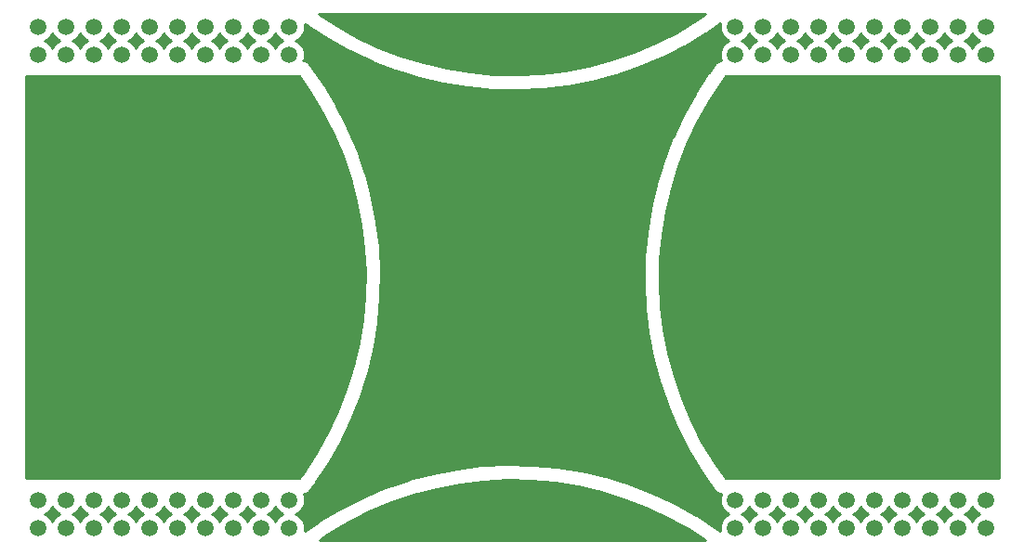
<source format=gbr>
G04 #@! TF.GenerationSoftware,KiCad,Pcbnew,(5.0.2)-1*
G04 #@! TF.CreationDate,2019-02-27T01:45:04-06:00*
G04 #@! TF.ProjectId,TIVA SMD Header Guide,54495641-2053-44d4-9420-486561646572,rev?*
G04 #@! TF.SameCoordinates,Original*
G04 #@! TF.FileFunction,Copper,L2,Bot*
G04 #@! TF.FilePolarity,Positive*
%FSLAX46Y46*%
G04 Gerber Fmt 4.6, Leading zero omitted, Abs format (unit mm)*
G04 Created by KiCad (PCBNEW (5.0.2)-1) date 2/27/2019 1:45:04 AM*
%MOMM*%
%LPD*%
G01*
G04 APERTURE LIST*
G04 #@! TA.AperFunction,ComponentPad*
%ADD10C,1.520000*%
G04 #@! TD*
G04 #@! TA.AperFunction,NonConductor*
%ADD11C,0.254000*%
G04 #@! TD*
G04 APERTURE END LIST*
D10*
G04 #@! TO.P,REF\002A\002A,+3V3*
G04 #@! TO.N,N/C*
X139446000Y-106553000D03*
G04 #@! TO.P,REF\002A\002A,PM6*
X162306000Y-60833000D03*
G04 #@! TO.P,REF\002A\002A,PQ1*
X159766000Y-60833000D03*
G04 #@! TO.P,REF\002A\002A,PQ2*
X152146000Y-60833000D03*
G04 #@! TO.P,REF\002A\002A,PK0*
X149606000Y-104013000D03*
G04 #@! TO.P,REF\002A\002A,PQ3*
X154686000Y-60833000D03*
G04 #@! TO.P,REF\002A\002A,PP3*
X157226000Y-60833000D03*
G04 #@! TO.P,REF\002A\002A,PQ0*
X154686000Y-106553000D03*
G04 #@! TO.P,REF\002A\002A,PA4*
X159766000Y-104013000D03*
G04 #@! TO.P,REF\002A\002A,Rese*
X149606000Y-60833000D03*
G04 #@! TO.P,REF\002A\002A,PA7*
X147066000Y-60833000D03*
G04 #@! TO.P,REF\002A\002A,PN5*
X159766000Y-106553000D03*
G04 #@! TO.P,REF\002A\002A,PK2*
X154686000Y-104013000D03*
G04 #@! TO.P,REF\002A\002A,PK1*
X152146000Y-104013000D03*
G04 #@! TO.P,REF\002A\002A,+5V*
X139446000Y-104013000D03*
G04 #@! TO.P,REF\002A\002A,GND*
X141986000Y-104013000D03*
G04 #@! TO.P,REF\002A\002A,PB4*
X144526000Y-104013000D03*
G04 #@! TO.P,REF\002A\002A,PB5*
X147066000Y-104013000D03*
G04 #@! TO.P,REF\002A\002A,PK3*
X157226000Y-104013000D03*
G04 #@! TO.P,REF\002A\002A,PA5*
X162306000Y-104013000D03*
G04 #@! TO.P,REF\002A\002A,PD2*
X141986000Y-106553000D03*
G04 #@! TO.P,REF\002A\002A,PP0*
X144526000Y-106553000D03*
G04 #@! TO.P,REF\002A\002A,PP1*
X147066000Y-106553000D03*
G04 #@! TO.P,REF\002A\002A,PD4*
X149606000Y-106553000D03*
G04 #@! TO.P,REF\002A\002A,PD5*
X152146000Y-106553000D03*
G04 #@! TO.P,REF\002A\002A,PP4*
X157226000Y-106553000D03*
G04 #@! TO.P,REF\002A\002A,PN4*
X162306000Y-106553000D03*
G04 #@! TO.P,REF\002A\002A,PG1*
X139446000Y-63373000D03*
G04 #@! TO.P,REF\002A\002A,PK4*
X141986000Y-63373000D03*
G04 #@! TO.P,REF\002A\002A,PK5*
X144526000Y-63373000D03*
G04 #@! TO.P,REF\002A\002A,PM0*
X147066000Y-63373000D03*
G04 #@! TO.P,REF\002A\002A,PM1*
X149606000Y-63373000D03*
G04 #@! TO.P,REF\002A\002A,PM2*
X152146000Y-63373000D03*
G04 #@! TO.P,REF\002A\002A,PH0*
X154686000Y-63373000D03*
G04 #@! TO.P,REF\002A\002A,PH1*
X157226000Y-63373000D03*
G04 #@! TO.P,REF\002A\002A,PK6*
X159766000Y-63373000D03*
G04 #@! TO.P,REF\002A\002A,PK7*
X162306000Y-63373000D03*
G04 #@! TO.P,REF\002A\002A,GND*
X139446000Y-60833000D03*
G04 #@! TO.P,REF\002A\002A,PM7*
X141986000Y-60833000D03*
G04 #@! TO.P,REF\002A\002A,PP5*
X144526000Y-60833000D03*
G04 #@! TO.P,REF\002A\002A,+5V*
X75946000Y-104013000D03*
G04 #@! TO.P,REF\002A\002A,GND*
X78486000Y-104013000D03*
G04 #@! TO.P,REF\002A\002A,PE0*
X81026000Y-104013000D03*
G04 #@! TO.P,REF\002A\002A,PE1*
X83566000Y-104013000D03*
G04 #@! TO.P,REF\002A\002A,PE2*
X86106000Y-104013000D03*
G04 #@! TO.P,REF\002A\002A,PE3*
X88646000Y-104013000D03*
G04 #@! TO.P,REF\002A\002A,PD7*
X91186000Y-104013000D03*
G04 #@! TO.P,REF\002A\002A,PA6*
X93726000Y-104013000D03*
G04 #@! TO.P,REF\002A\002A,PM4*
X96266000Y-104013000D03*
G04 #@! TO.P,REF\002A\002A,PM5*
X98806000Y-104013000D03*
G04 #@! TO.P,REF\002A\002A,+3V3*
X75946000Y-106553000D03*
G04 #@! TO.P,REF\002A\002A,PE4*
X78486000Y-106553000D03*
G04 #@! TO.P,REF\002A\002A,PC4*
X81026000Y-106553000D03*
G04 #@! TO.P,REF\002A\002A,PC5*
X83566000Y-106553000D03*
G04 #@! TO.P,REF\002A\002A,PC6*
X86106000Y-106553000D03*
G04 #@! TO.P,REF\002A\002A,PE5*
X88646000Y-106553000D03*
G04 #@! TO.P,REF\002A\002A,PD3*
X91186000Y-106553000D03*
G04 #@! TO.P,REF\002A\002A,PC7*
X93726000Y-106553000D03*
G04 #@! TO.P,REF\002A\002A,PB2*
X96266000Y-106553000D03*
G04 #@! TO.P,REF\002A\002A,PB3*
X98806000Y-106553000D03*
G04 #@! TO.P,REF\002A\002A,PF1*
X75946000Y-63373000D03*
G04 #@! TO.P,REF\002A\002A,PF2*
X78486000Y-63373000D03*
G04 #@! TO.P,REF\002A\002A,PF3*
X81026000Y-63373000D03*
G04 #@! TO.P,REF\002A\002A,PG0*
X83566000Y-63373000D03*
G04 #@! TO.P,REF\002A\002A,PL4*
X86106000Y-63373000D03*
G04 #@! TO.P,REF\002A\002A,PL5*
X88646000Y-63373000D03*
G04 #@! TO.P,REF\002A\002A,PL0*
X91186000Y-63373000D03*
G04 #@! TO.P,REF\002A\002A,PL1*
X93726000Y-63373000D03*
G04 #@! TO.P,REF\002A\002A,PL2*
X96266000Y-63373000D03*
G04 #@! TO.P,REF\002A\002A,PL3*
X98806000Y-63373000D03*
G04 #@! TO.P,REF\002A\002A,GND*
X75946000Y-60833000D03*
G04 #@! TO.P,REF\002A\002A,PM3*
X78486000Y-60833000D03*
G04 #@! TO.P,REF\002A\002A,PH2*
X81026000Y-60833000D03*
G04 #@! TO.P,REF\002A\002A,PH3*
X83566000Y-60833000D03*
G04 #@! TO.P,REF\002A\002A,Rese*
X86106000Y-60833000D03*
G04 #@! TO.P,REF\002A\002A,PD1*
X88646000Y-60833000D03*
G04 #@! TO.P,REF\002A\002A,PD0*
X91186000Y-60833000D03*
G04 #@! TO.P,REF\002A\002A,PN2*
X93726000Y-60833000D03*
G04 #@! TO.P,REF\002A\002A,PN3*
X96266000Y-60833000D03*
G04 #@! TO.P,REF\002A\002A,PP2*
X98806000Y-60833000D03*
G04 #@! TD*
D11*
G36*
X120819496Y-102254718D02*
X122975617Y-102448288D01*
X125112966Y-102791787D01*
X127221164Y-103283548D01*
X129289903Y-103921165D01*
X131309152Y-104701548D01*
X133269017Y-105620871D01*
X135160008Y-106674685D01*
X136724905Y-107696000D01*
X101543860Y-107696000D01*
X102293372Y-107173718D01*
X104151477Y-106062990D01*
X106082553Y-105084575D01*
X108077148Y-104243260D01*
X110125591Y-103543124D01*
X112217869Y-102987587D01*
X114343831Y-102579350D01*
X116493071Y-102320409D01*
X118655135Y-102212022D01*
X120819496Y-102254718D01*
X120819496Y-102254718D01*
G37*
X120819496Y-102254718D02*
X122975617Y-102448288D01*
X125112966Y-102791787D01*
X127221164Y-103283548D01*
X129289903Y-103921165D01*
X131309152Y-104701548D01*
X133269017Y-105620871D01*
X135160008Y-106674685D01*
X136724905Y-107696000D01*
X101543860Y-107696000D01*
X102293372Y-107173718D01*
X104151477Y-106062990D01*
X106082553Y-105084575D01*
X108077148Y-104243260D01*
X110125591Y-103543124D01*
X112217869Y-102987587D01*
X114343831Y-102579350D01*
X116493071Y-102320409D01*
X118655135Y-102212022D01*
X120819496Y-102254718D01*
G36*
X138051000Y-60555517D02*
X138051000Y-60591696D01*
X138038845Y-60625780D01*
X138051000Y-60868001D01*
X138051000Y-61110483D01*
X138064845Y-61143909D01*
X138066659Y-61180049D01*
X138225258Y-61562941D01*
X138240183Y-61567210D01*
X138263376Y-61623204D01*
X138655796Y-62015624D01*
X138711790Y-62038817D01*
X138716059Y-62053742D01*
X138843863Y-62099320D01*
X138716059Y-62152258D01*
X138711790Y-62167183D01*
X138655796Y-62190376D01*
X138263376Y-62582796D01*
X138240183Y-62638790D01*
X138225258Y-62643059D01*
X138143794Y-62871493D01*
X138051000Y-63095517D01*
X138051000Y-63131696D01*
X138038845Y-63165780D01*
X138051000Y-63408001D01*
X138051000Y-63650483D01*
X138064845Y-63683909D01*
X138066659Y-63720049D01*
X138144856Y-63908833D01*
X138099171Y-63912028D01*
X138048368Y-63919167D01*
X137998187Y-63929834D01*
X137948873Y-63943975D01*
X137900664Y-63961521D01*
X137853798Y-63982388D01*
X137808499Y-64006473D01*
X137764993Y-64033659D01*
X137723489Y-64063814D01*
X137684189Y-64096790D01*
X137647285Y-64132428D01*
X137612957Y-64170552D01*
X137581372Y-64210979D01*
X137014714Y-64990917D01*
X137004410Y-65006194D01*
X136993830Y-65021230D01*
X135782650Y-66877046D01*
X135782627Y-66877078D01*
X135756105Y-66920993D01*
X134677312Y-68856808D01*
X134653917Y-68902466D01*
X134653907Y-68902490D01*
X133712788Y-70908820D01*
X133692635Y-70955998D01*
X133692630Y-70956013D01*
X132893753Y-73023113D01*
X132876940Y-73071582D01*
X132876933Y-73071608D01*
X132224208Y-75189364D01*
X132224199Y-75189390D01*
X132210809Y-75238914D01*
X131707389Y-77397095D01*
X131697486Y-77447433D01*
X131345840Y-79635474D01*
X131339472Y-79686379D01*
X131141312Y-81893620D01*
X131138511Y-81944846D01*
X131094803Y-84160533D01*
X131095581Y-84211829D01*
X131095583Y-84211858D01*
X131206538Y-86425138D01*
X131206538Y-86425167D01*
X131210894Y-86476284D01*
X131475976Y-88676491D01*
X131483886Y-88727180D01*
X131901800Y-90903537D01*
X131913227Y-90953551D01*
X132481934Y-93095432D01*
X132481939Y-93095452D01*
X132496827Y-93144547D01*
X133213564Y-95241561D01*
X133231840Y-95289497D01*
X133231851Y-95289521D01*
X134093107Y-97331391D01*
X134093112Y-97331405D01*
X134104687Y-97356375D01*
X134114688Y-97377951D01*
X134114694Y-97377962D01*
X135116298Y-99354805D01*
X135141068Y-99399732D01*
X135141076Y-99399744D01*
X136278130Y-101301890D01*
X136278137Y-101301903D01*
X136305981Y-101344992D01*
X137572969Y-103163211D01*
X137603750Y-103204253D01*
X137637319Y-103243047D01*
X137673513Y-103279405D01*
X137712155Y-103313150D01*
X137753057Y-103344118D01*
X137796018Y-103372157D01*
X137840833Y-103397131D01*
X137887279Y-103418917D01*
X137935131Y-103437411D01*
X137984157Y-103452522D01*
X138034118Y-103464176D01*
X138084771Y-103472316D01*
X138135868Y-103476903D01*
X138155988Y-103477300D01*
X138143794Y-103511493D01*
X138051000Y-103735517D01*
X138051000Y-103771696D01*
X138038845Y-103805780D01*
X138051000Y-104048001D01*
X138051000Y-104290483D01*
X138064845Y-104323909D01*
X138066659Y-104360049D01*
X138225258Y-104742941D01*
X138240183Y-104747210D01*
X138263376Y-104803204D01*
X138655796Y-105195624D01*
X138711790Y-105218817D01*
X138716059Y-105233742D01*
X138843863Y-105279320D01*
X138716059Y-105332258D01*
X138711790Y-105347183D01*
X138655796Y-105370376D01*
X138263376Y-105762796D01*
X138240183Y-105818790D01*
X138225258Y-105823059D01*
X138143794Y-106051493D01*
X138051000Y-106275517D01*
X138051000Y-106311696D01*
X138038845Y-106345780D01*
X138051000Y-106588001D01*
X138051000Y-106823672D01*
X137828083Y-106661713D01*
X137812806Y-106651409D01*
X137797770Y-106640829D01*
X135941954Y-105429649D01*
X135941922Y-105429626D01*
X135898007Y-105403104D01*
X133962192Y-104324311D01*
X133916534Y-104300916D01*
X133916510Y-104300906D01*
X131910192Y-103359793D01*
X131910181Y-103359787D01*
X131882575Y-103347995D01*
X131863002Y-103339634D01*
X131862987Y-103339629D01*
X129795887Y-102540752D01*
X129747418Y-102523939D01*
X129747392Y-102523932D01*
X127629636Y-101871207D01*
X127629610Y-101871198D01*
X127580086Y-101857808D01*
X125421905Y-101354388D01*
X125371568Y-101344485D01*
X125371563Y-101344484D01*
X123183526Y-100992839D01*
X123132621Y-100986471D01*
X120925380Y-100788311D01*
X120874154Y-100785510D01*
X118658467Y-100741802D01*
X118607171Y-100742580D01*
X118607144Y-100742582D01*
X116393862Y-100853537D01*
X116393833Y-100853537D01*
X116342716Y-100857893D01*
X114142509Y-101122975D01*
X114091820Y-101130885D01*
X114091815Y-101130886D01*
X111915463Y-101548799D01*
X111865450Y-101560226D01*
X109723547Y-102128938D01*
X109680184Y-102142088D01*
X109674453Y-102143826D01*
X107577439Y-102860563D01*
X107529503Y-102878839D01*
X105487620Y-103740102D01*
X105487595Y-103740111D01*
X105441050Y-103761687D01*
X103464206Y-104763292D01*
X103464194Y-104763297D01*
X103419268Y-104788067D01*
X101517110Y-105925129D01*
X101517097Y-105925136D01*
X101500183Y-105936065D01*
X101474008Y-105952979D01*
X101473989Y-105952993D01*
X100195430Y-106843931D01*
X100201000Y-106830483D01*
X100201000Y-106794304D01*
X100213155Y-106760220D01*
X100201000Y-106517999D01*
X100201000Y-106275517D01*
X100187155Y-106242091D01*
X100185341Y-106205951D01*
X100026742Y-105823059D01*
X100011817Y-105818790D01*
X99988624Y-105762796D01*
X99596204Y-105370376D01*
X99540210Y-105347183D01*
X99535941Y-105332258D01*
X99408137Y-105286680D01*
X99535941Y-105233742D01*
X99540210Y-105218817D01*
X99596204Y-105195624D01*
X99988624Y-104803204D01*
X100011817Y-104747210D01*
X100026742Y-104742941D01*
X100108206Y-104514507D01*
X100201000Y-104290483D01*
X100201000Y-104254304D01*
X100213155Y-104220220D01*
X100201000Y-103977999D01*
X100201000Y-103735517D01*
X100187155Y-103702091D01*
X100185341Y-103665951D01*
X100107144Y-103477167D01*
X100152830Y-103473972D01*
X100203633Y-103466833D01*
X100253814Y-103456167D01*
X100303128Y-103442025D01*
X100351336Y-103424479D01*
X100398203Y-103403613D01*
X100443501Y-103379527D01*
X100487008Y-103352342D01*
X100528512Y-103322186D01*
X100567812Y-103289210D01*
X100604716Y-103253573D01*
X100639044Y-103215448D01*
X100670629Y-103175021D01*
X101237286Y-102395083D01*
X101247578Y-102379825D01*
X101258171Y-102364769D01*
X102469360Y-100508941D01*
X102469374Y-100508921D01*
X102495896Y-100465007D01*
X103574689Y-98529192D01*
X103598084Y-98483534D01*
X103598094Y-98483510D01*
X104539213Y-96477180D01*
X104553115Y-96444637D01*
X104559366Y-96430002D01*
X105358248Y-94362887D01*
X105375061Y-94314418D01*
X105375068Y-94314392D01*
X106027790Y-92196644D01*
X106027802Y-92196610D01*
X106041192Y-92147086D01*
X106544612Y-89988904D01*
X106554515Y-89938567D01*
X106906161Y-87750526D01*
X106909753Y-87721816D01*
X106912529Y-87699621D01*
X107110689Y-85492380D01*
X107113490Y-85441155D01*
X107113490Y-85441154D01*
X107157198Y-83225467D01*
X107156420Y-83174171D01*
X107156418Y-83174144D01*
X107045463Y-80960862D01*
X107045463Y-80960833D01*
X107041107Y-80909716D01*
X106776025Y-78709509D01*
X106768115Y-78658820D01*
X106768114Y-78658815D01*
X106350201Y-76482463D01*
X106338774Y-76432450D01*
X105770062Y-74290547D01*
X105755174Y-74241453D01*
X105038437Y-72144439D01*
X105020161Y-72096503D01*
X104158898Y-70054620D01*
X104158889Y-70054595D01*
X104137313Y-70008050D01*
X103135703Y-68031195D01*
X103135703Y-68031194D01*
X103110933Y-67986268D01*
X101973871Y-66084110D01*
X101973864Y-66084097D01*
X101953022Y-66051843D01*
X101946021Y-66041008D01*
X101946007Y-66040989D01*
X100679032Y-64222789D01*
X100648251Y-64181747D01*
X100614682Y-64142953D01*
X100578488Y-64106595D01*
X100539846Y-64072850D01*
X100498944Y-64041882D01*
X100455983Y-64013843D01*
X100411168Y-63988869D01*
X100364722Y-63967083D01*
X100316870Y-63948589D01*
X100267844Y-63933478D01*
X100217883Y-63921824D01*
X100167230Y-63913684D01*
X100116133Y-63909097D01*
X100096012Y-63908700D01*
X100108206Y-63874507D01*
X100201000Y-63650483D01*
X100201000Y-63614304D01*
X100213155Y-63580220D01*
X100201000Y-63337999D01*
X100201000Y-63095517D01*
X100187155Y-63062091D01*
X100185341Y-63025951D01*
X100026742Y-62643059D01*
X100011817Y-62638790D01*
X99988624Y-62582796D01*
X99596204Y-62190376D01*
X99540210Y-62167183D01*
X99535941Y-62152258D01*
X99408137Y-62106680D01*
X99535941Y-62053742D01*
X99540210Y-62038817D01*
X99596204Y-62015624D01*
X99988624Y-61623204D01*
X100011817Y-61567210D01*
X100026742Y-61562941D01*
X100108206Y-61334507D01*
X100201000Y-61110483D01*
X100201000Y-61074304D01*
X100213155Y-61040220D01*
X100201000Y-60797999D01*
X100201000Y-60562327D01*
X100423916Y-60724285D01*
X100439174Y-60734577D01*
X100454230Y-60745170D01*
X102310058Y-61956359D01*
X102310078Y-61956373D01*
X102353992Y-61982895D01*
X104289807Y-63061688D01*
X104335465Y-63085083D01*
X104335489Y-63085093D01*
X106341807Y-64026206D01*
X106341818Y-64026212D01*
X106388997Y-64046365D01*
X108456112Y-64845247D01*
X108504581Y-64862060D01*
X108504607Y-64862067D01*
X110622355Y-65514789D01*
X110622389Y-65514801D01*
X110671913Y-65528191D01*
X112830088Y-66031609D01*
X112830094Y-66031611D01*
X112880432Y-66041514D01*
X115068468Y-66393159D01*
X115068472Y-66393160D01*
X115119378Y-66399528D01*
X117326619Y-66597688D01*
X117377844Y-66600489D01*
X117377845Y-66600489D01*
X119593532Y-66644197D01*
X119644828Y-66643419D01*
X119644857Y-66643417D01*
X121858137Y-66532462D01*
X121858166Y-66532462D01*
X121909283Y-66528106D01*
X124109490Y-66263024D01*
X124160179Y-66255114D01*
X126336536Y-65837200D01*
X126386550Y-65825773D01*
X128528431Y-65257066D01*
X128528451Y-65257061D01*
X128568989Y-65244768D01*
X128577547Y-65242173D01*
X128577556Y-65242170D01*
X130674560Y-64525436D01*
X130722496Y-64507160D01*
X130722520Y-64507149D01*
X132764390Y-63645893D01*
X132764404Y-63645888D01*
X132789845Y-63634095D01*
X132810950Y-63624312D01*
X132810961Y-63624306D01*
X134787804Y-62622702D01*
X134832731Y-62597932D01*
X134832743Y-62597924D01*
X136734889Y-61460870D01*
X136734902Y-61460863D01*
X136762745Y-61442871D01*
X136777990Y-61433020D01*
X136777996Y-61433016D01*
X138056571Y-60542067D01*
X138051000Y-60555517D01*
X138051000Y-60555517D01*
G37*
X138051000Y-60555517D02*
X138051000Y-60591696D01*
X138038845Y-60625780D01*
X138051000Y-60868001D01*
X138051000Y-61110483D01*
X138064845Y-61143909D01*
X138066659Y-61180049D01*
X138225258Y-61562941D01*
X138240183Y-61567210D01*
X138263376Y-61623204D01*
X138655796Y-62015624D01*
X138711790Y-62038817D01*
X138716059Y-62053742D01*
X138843863Y-62099320D01*
X138716059Y-62152258D01*
X138711790Y-62167183D01*
X138655796Y-62190376D01*
X138263376Y-62582796D01*
X138240183Y-62638790D01*
X138225258Y-62643059D01*
X138143794Y-62871493D01*
X138051000Y-63095517D01*
X138051000Y-63131696D01*
X138038845Y-63165780D01*
X138051000Y-63408001D01*
X138051000Y-63650483D01*
X138064845Y-63683909D01*
X138066659Y-63720049D01*
X138144856Y-63908833D01*
X138099171Y-63912028D01*
X138048368Y-63919167D01*
X137998187Y-63929834D01*
X137948873Y-63943975D01*
X137900664Y-63961521D01*
X137853798Y-63982388D01*
X137808499Y-64006473D01*
X137764993Y-64033659D01*
X137723489Y-64063814D01*
X137684189Y-64096790D01*
X137647285Y-64132428D01*
X137612957Y-64170552D01*
X137581372Y-64210979D01*
X137014714Y-64990917D01*
X137004410Y-65006194D01*
X136993830Y-65021230D01*
X135782650Y-66877046D01*
X135782627Y-66877078D01*
X135756105Y-66920993D01*
X134677312Y-68856808D01*
X134653917Y-68902466D01*
X134653907Y-68902490D01*
X133712788Y-70908820D01*
X133692635Y-70955998D01*
X133692630Y-70956013D01*
X132893753Y-73023113D01*
X132876940Y-73071582D01*
X132876933Y-73071608D01*
X132224208Y-75189364D01*
X132224199Y-75189390D01*
X132210809Y-75238914D01*
X131707389Y-77397095D01*
X131697486Y-77447433D01*
X131345840Y-79635474D01*
X131339472Y-79686379D01*
X131141312Y-81893620D01*
X131138511Y-81944846D01*
X131094803Y-84160533D01*
X131095581Y-84211829D01*
X131095583Y-84211858D01*
X131206538Y-86425138D01*
X131206538Y-86425167D01*
X131210894Y-86476284D01*
X131475976Y-88676491D01*
X131483886Y-88727180D01*
X131901800Y-90903537D01*
X131913227Y-90953551D01*
X132481934Y-93095432D01*
X132481939Y-93095452D01*
X132496827Y-93144547D01*
X133213564Y-95241561D01*
X133231840Y-95289497D01*
X133231851Y-95289521D01*
X134093107Y-97331391D01*
X134093112Y-97331405D01*
X134104687Y-97356375D01*
X134114688Y-97377951D01*
X134114694Y-97377962D01*
X135116298Y-99354805D01*
X135141068Y-99399732D01*
X135141076Y-99399744D01*
X136278130Y-101301890D01*
X136278137Y-101301903D01*
X136305981Y-101344992D01*
X137572969Y-103163211D01*
X137603750Y-103204253D01*
X137637319Y-103243047D01*
X137673513Y-103279405D01*
X137712155Y-103313150D01*
X137753057Y-103344118D01*
X137796018Y-103372157D01*
X137840833Y-103397131D01*
X137887279Y-103418917D01*
X137935131Y-103437411D01*
X137984157Y-103452522D01*
X138034118Y-103464176D01*
X138084771Y-103472316D01*
X138135868Y-103476903D01*
X138155988Y-103477300D01*
X138143794Y-103511493D01*
X138051000Y-103735517D01*
X138051000Y-103771696D01*
X138038845Y-103805780D01*
X138051000Y-104048001D01*
X138051000Y-104290483D01*
X138064845Y-104323909D01*
X138066659Y-104360049D01*
X138225258Y-104742941D01*
X138240183Y-104747210D01*
X138263376Y-104803204D01*
X138655796Y-105195624D01*
X138711790Y-105218817D01*
X138716059Y-105233742D01*
X138843863Y-105279320D01*
X138716059Y-105332258D01*
X138711790Y-105347183D01*
X138655796Y-105370376D01*
X138263376Y-105762796D01*
X138240183Y-105818790D01*
X138225258Y-105823059D01*
X138143794Y-106051493D01*
X138051000Y-106275517D01*
X138051000Y-106311696D01*
X138038845Y-106345780D01*
X138051000Y-106588001D01*
X138051000Y-106823672D01*
X137828083Y-106661713D01*
X137812806Y-106651409D01*
X137797770Y-106640829D01*
X135941954Y-105429649D01*
X135941922Y-105429626D01*
X135898007Y-105403104D01*
X133962192Y-104324311D01*
X133916534Y-104300916D01*
X133916510Y-104300906D01*
X131910192Y-103359793D01*
X131910181Y-103359787D01*
X131882575Y-103347995D01*
X131863002Y-103339634D01*
X131862987Y-103339629D01*
X129795887Y-102540752D01*
X129747418Y-102523939D01*
X129747392Y-102523932D01*
X127629636Y-101871207D01*
X127629610Y-101871198D01*
X127580086Y-101857808D01*
X125421905Y-101354388D01*
X125371568Y-101344485D01*
X125371563Y-101344484D01*
X123183526Y-100992839D01*
X123132621Y-100986471D01*
X120925380Y-100788311D01*
X120874154Y-100785510D01*
X118658467Y-100741802D01*
X118607171Y-100742580D01*
X118607144Y-100742582D01*
X116393862Y-100853537D01*
X116393833Y-100853537D01*
X116342716Y-100857893D01*
X114142509Y-101122975D01*
X114091820Y-101130885D01*
X114091815Y-101130886D01*
X111915463Y-101548799D01*
X111865450Y-101560226D01*
X109723547Y-102128938D01*
X109680184Y-102142088D01*
X109674453Y-102143826D01*
X107577439Y-102860563D01*
X107529503Y-102878839D01*
X105487620Y-103740102D01*
X105487595Y-103740111D01*
X105441050Y-103761687D01*
X103464206Y-104763292D01*
X103464194Y-104763297D01*
X103419268Y-104788067D01*
X101517110Y-105925129D01*
X101517097Y-105925136D01*
X101500183Y-105936065D01*
X101474008Y-105952979D01*
X101473989Y-105952993D01*
X100195430Y-106843931D01*
X100201000Y-106830483D01*
X100201000Y-106794304D01*
X100213155Y-106760220D01*
X100201000Y-106517999D01*
X100201000Y-106275517D01*
X100187155Y-106242091D01*
X100185341Y-106205951D01*
X100026742Y-105823059D01*
X100011817Y-105818790D01*
X99988624Y-105762796D01*
X99596204Y-105370376D01*
X99540210Y-105347183D01*
X99535941Y-105332258D01*
X99408137Y-105286680D01*
X99535941Y-105233742D01*
X99540210Y-105218817D01*
X99596204Y-105195624D01*
X99988624Y-104803204D01*
X100011817Y-104747210D01*
X100026742Y-104742941D01*
X100108206Y-104514507D01*
X100201000Y-104290483D01*
X100201000Y-104254304D01*
X100213155Y-104220220D01*
X100201000Y-103977999D01*
X100201000Y-103735517D01*
X100187155Y-103702091D01*
X100185341Y-103665951D01*
X100107144Y-103477167D01*
X100152830Y-103473972D01*
X100203633Y-103466833D01*
X100253814Y-103456167D01*
X100303128Y-103442025D01*
X100351336Y-103424479D01*
X100398203Y-103403613D01*
X100443501Y-103379527D01*
X100487008Y-103352342D01*
X100528512Y-103322186D01*
X100567812Y-103289210D01*
X100604716Y-103253573D01*
X100639044Y-103215448D01*
X100670629Y-103175021D01*
X101237286Y-102395083D01*
X101247578Y-102379825D01*
X101258171Y-102364769D01*
X102469360Y-100508941D01*
X102469374Y-100508921D01*
X102495896Y-100465007D01*
X103574689Y-98529192D01*
X103598084Y-98483534D01*
X103598094Y-98483510D01*
X104539213Y-96477180D01*
X104553115Y-96444637D01*
X104559366Y-96430002D01*
X105358248Y-94362887D01*
X105375061Y-94314418D01*
X105375068Y-94314392D01*
X106027790Y-92196644D01*
X106027802Y-92196610D01*
X106041192Y-92147086D01*
X106544612Y-89988904D01*
X106554515Y-89938567D01*
X106906161Y-87750526D01*
X106909753Y-87721816D01*
X106912529Y-87699621D01*
X107110689Y-85492380D01*
X107113490Y-85441155D01*
X107113490Y-85441154D01*
X107157198Y-83225467D01*
X107156420Y-83174171D01*
X107156418Y-83174144D01*
X107045463Y-80960862D01*
X107045463Y-80960833D01*
X107041107Y-80909716D01*
X106776025Y-78709509D01*
X106768115Y-78658820D01*
X106768114Y-78658815D01*
X106350201Y-76482463D01*
X106338774Y-76432450D01*
X105770062Y-74290547D01*
X105755174Y-74241453D01*
X105038437Y-72144439D01*
X105020161Y-72096503D01*
X104158898Y-70054620D01*
X104158889Y-70054595D01*
X104137313Y-70008050D01*
X103135703Y-68031195D01*
X103135703Y-68031194D01*
X103110933Y-67986268D01*
X101973871Y-66084110D01*
X101973864Y-66084097D01*
X101953022Y-66051843D01*
X101946021Y-66041008D01*
X101946007Y-66040989D01*
X100679032Y-64222789D01*
X100648251Y-64181747D01*
X100614682Y-64142953D01*
X100578488Y-64106595D01*
X100539846Y-64072850D01*
X100498944Y-64041882D01*
X100455983Y-64013843D01*
X100411168Y-63988869D01*
X100364722Y-63967083D01*
X100316870Y-63948589D01*
X100267844Y-63933478D01*
X100217883Y-63921824D01*
X100167230Y-63913684D01*
X100116133Y-63909097D01*
X100096012Y-63908700D01*
X100108206Y-63874507D01*
X100201000Y-63650483D01*
X100201000Y-63614304D01*
X100213155Y-63580220D01*
X100201000Y-63337999D01*
X100201000Y-63095517D01*
X100187155Y-63062091D01*
X100185341Y-63025951D01*
X100026742Y-62643059D01*
X100011817Y-62638790D01*
X99988624Y-62582796D01*
X99596204Y-62190376D01*
X99540210Y-62167183D01*
X99535941Y-62152258D01*
X99408137Y-62106680D01*
X99535941Y-62053742D01*
X99540210Y-62038817D01*
X99596204Y-62015624D01*
X99988624Y-61623204D01*
X100011817Y-61567210D01*
X100026742Y-61562941D01*
X100108206Y-61334507D01*
X100201000Y-61110483D01*
X100201000Y-61074304D01*
X100213155Y-61040220D01*
X100201000Y-60797999D01*
X100201000Y-60562327D01*
X100423916Y-60724285D01*
X100439174Y-60734577D01*
X100454230Y-60745170D01*
X102310058Y-61956359D01*
X102310078Y-61956373D01*
X102353992Y-61982895D01*
X104289807Y-63061688D01*
X104335465Y-63085083D01*
X104335489Y-63085093D01*
X106341807Y-64026206D01*
X106341818Y-64026212D01*
X106388997Y-64046365D01*
X108456112Y-64845247D01*
X108504581Y-64862060D01*
X108504607Y-64862067D01*
X110622355Y-65514789D01*
X110622389Y-65514801D01*
X110671913Y-65528191D01*
X112830088Y-66031609D01*
X112830094Y-66031611D01*
X112880432Y-66041514D01*
X115068468Y-66393159D01*
X115068472Y-66393160D01*
X115119378Y-66399528D01*
X117326619Y-66597688D01*
X117377844Y-66600489D01*
X117377845Y-66600489D01*
X119593532Y-66644197D01*
X119644828Y-66643419D01*
X119644857Y-66643417D01*
X121858137Y-66532462D01*
X121858166Y-66532462D01*
X121909283Y-66528106D01*
X124109490Y-66263024D01*
X124160179Y-66255114D01*
X126336536Y-65837200D01*
X126386550Y-65825773D01*
X128528431Y-65257066D01*
X128528451Y-65257061D01*
X128568989Y-65244768D01*
X128577547Y-65242173D01*
X128577556Y-65242170D01*
X130674560Y-64525436D01*
X130722496Y-64507160D01*
X130722520Y-64507149D01*
X132764390Y-63645893D01*
X132764404Y-63645888D01*
X132789845Y-63634095D01*
X132810950Y-63624312D01*
X132810961Y-63624306D01*
X134787804Y-62622702D01*
X134832731Y-62597932D01*
X134832743Y-62597924D01*
X136734889Y-61460870D01*
X136734902Y-61460863D01*
X136762745Y-61442871D01*
X136777990Y-61433020D01*
X136777996Y-61433016D01*
X138056571Y-60542067D01*
X138051000Y-60555517D01*
G36*
X79805258Y-104742941D02*
X79820183Y-104747210D01*
X79843376Y-104803204D01*
X80235796Y-105195624D01*
X80291790Y-105218817D01*
X80296059Y-105233742D01*
X80423863Y-105279320D01*
X80296059Y-105332258D01*
X80291790Y-105347183D01*
X80235796Y-105370376D01*
X79843376Y-105762796D01*
X79820183Y-105818790D01*
X79805258Y-105823059D01*
X79759680Y-105950863D01*
X79706742Y-105823059D01*
X79691817Y-105818790D01*
X79668624Y-105762796D01*
X79276204Y-105370376D01*
X79220210Y-105347183D01*
X79215941Y-105332258D01*
X79088137Y-105286680D01*
X79215941Y-105233742D01*
X79220210Y-105218817D01*
X79276204Y-105195624D01*
X79668624Y-104803204D01*
X79691817Y-104747210D01*
X79706742Y-104742941D01*
X79752320Y-104615137D01*
X79805258Y-104742941D01*
X79805258Y-104742941D01*
G37*
X79805258Y-104742941D02*
X79820183Y-104747210D01*
X79843376Y-104803204D01*
X80235796Y-105195624D01*
X80291790Y-105218817D01*
X80296059Y-105233742D01*
X80423863Y-105279320D01*
X80296059Y-105332258D01*
X80291790Y-105347183D01*
X80235796Y-105370376D01*
X79843376Y-105762796D01*
X79820183Y-105818790D01*
X79805258Y-105823059D01*
X79759680Y-105950863D01*
X79706742Y-105823059D01*
X79691817Y-105818790D01*
X79668624Y-105762796D01*
X79276204Y-105370376D01*
X79220210Y-105347183D01*
X79215941Y-105332258D01*
X79088137Y-105286680D01*
X79215941Y-105233742D01*
X79220210Y-105218817D01*
X79276204Y-105195624D01*
X79668624Y-104803204D01*
X79691817Y-104747210D01*
X79706742Y-104742941D01*
X79752320Y-104615137D01*
X79805258Y-104742941D01*
G36*
X82345258Y-104742941D02*
X82360183Y-104747210D01*
X82383376Y-104803204D01*
X82775796Y-105195624D01*
X82831790Y-105218817D01*
X82836059Y-105233742D01*
X82963863Y-105279320D01*
X82836059Y-105332258D01*
X82831790Y-105347183D01*
X82775796Y-105370376D01*
X82383376Y-105762796D01*
X82360183Y-105818790D01*
X82345258Y-105823059D01*
X82299680Y-105950863D01*
X82246742Y-105823059D01*
X82231817Y-105818790D01*
X82208624Y-105762796D01*
X81816204Y-105370376D01*
X81760210Y-105347183D01*
X81755941Y-105332258D01*
X81628137Y-105286680D01*
X81755941Y-105233742D01*
X81760210Y-105218817D01*
X81816204Y-105195624D01*
X82208624Y-104803204D01*
X82231817Y-104747210D01*
X82246742Y-104742941D01*
X82292320Y-104615137D01*
X82345258Y-104742941D01*
X82345258Y-104742941D01*
G37*
X82345258Y-104742941D02*
X82360183Y-104747210D01*
X82383376Y-104803204D01*
X82775796Y-105195624D01*
X82831790Y-105218817D01*
X82836059Y-105233742D01*
X82963863Y-105279320D01*
X82836059Y-105332258D01*
X82831790Y-105347183D01*
X82775796Y-105370376D01*
X82383376Y-105762796D01*
X82360183Y-105818790D01*
X82345258Y-105823059D01*
X82299680Y-105950863D01*
X82246742Y-105823059D01*
X82231817Y-105818790D01*
X82208624Y-105762796D01*
X81816204Y-105370376D01*
X81760210Y-105347183D01*
X81755941Y-105332258D01*
X81628137Y-105286680D01*
X81755941Y-105233742D01*
X81760210Y-105218817D01*
X81816204Y-105195624D01*
X82208624Y-104803204D01*
X82231817Y-104747210D01*
X82246742Y-104742941D01*
X82292320Y-104615137D01*
X82345258Y-104742941D01*
G36*
X140765258Y-104742941D02*
X140780183Y-104747210D01*
X140803376Y-104803204D01*
X141195796Y-105195624D01*
X141251790Y-105218817D01*
X141256059Y-105233742D01*
X141383863Y-105279320D01*
X141256059Y-105332258D01*
X141251790Y-105347183D01*
X141195796Y-105370376D01*
X140803376Y-105762796D01*
X140780183Y-105818790D01*
X140765258Y-105823059D01*
X140719680Y-105950863D01*
X140666742Y-105823059D01*
X140651817Y-105818790D01*
X140628624Y-105762796D01*
X140236204Y-105370376D01*
X140180210Y-105347183D01*
X140175941Y-105332258D01*
X140048137Y-105286680D01*
X140175941Y-105233742D01*
X140180210Y-105218817D01*
X140236204Y-105195624D01*
X140628624Y-104803204D01*
X140651817Y-104747210D01*
X140666742Y-104742941D01*
X140712320Y-104615137D01*
X140765258Y-104742941D01*
X140765258Y-104742941D01*
G37*
X140765258Y-104742941D02*
X140780183Y-104747210D01*
X140803376Y-104803204D01*
X141195796Y-105195624D01*
X141251790Y-105218817D01*
X141256059Y-105233742D01*
X141383863Y-105279320D01*
X141256059Y-105332258D01*
X141251790Y-105347183D01*
X141195796Y-105370376D01*
X140803376Y-105762796D01*
X140780183Y-105818790D01*
X140765258Y-105823059D01*
X140719680Y-105950863D01*
X140666742Y-105823059D01*
X140651817Y-105818790D01*
X140628624Y-105762796D01*
X140236204Y-105370376D01*
X140180210Y-105347183D01*
X140175941Y-105332258D01*
X140048137Y-105286680D01*
X140175941Y-105233742D01*
X140180210Y-105218817D01*
X140236204Y-105195624D01*
X140628624Y-104803204D01*
X140651817Y-104747210D01*
X140666742Y-104742941D01*
X140712320Y-104615137D01*
X140765258Y-104742941D01*
G36*
X161085258Y-104742941D02*
X161100183Y-104747210D01*
X161123376Y-104803204D01*
X161515796Y-105195624D01*
X161571790Y-105218817D01*
X161576059Y-105233742D01*
X161703863Y-105279320D01*
X161576059Y-105332258D01*
X161571790Y-105347183D01*
X161515796Y-105370376D01*
X161123376Y-105762796D01*
X161100183Y-105818790D01*
X161085258Y-105823059D01*
X161039680Y-105950863D01*
X160986742Y-105823059D01*
X160971817Y-105818790D01*
X160948624Y-105762796D01*
X160556204Y-105370376D01*
X160500210Y-105347183D01*
X160495941Y-105332258D01*
X160368137Y-105286680D01*
X160495941Y-105233742D01*
X160500210Y-105218817D01*
X160556204Y-105195624D01*
X160948624Y-104803204D01*
X160971817Y-104747210D01*
X160986742Y-104742941D01*
X161032320Y-104615137D01*
X161085258Y-104742941D01*
X161085258Y-104742941D01*
G37*
X161085258Y-104742941D02*
X161100183Y-104747210D01*
X161123376Y-104803204D01*
X161515796Y-105195624D01*
X161571790Y-105218817D01*
X161576059Y-105233742D01*
X161703863Y-105279320D01*
X161576059Y-105332258D01*
X161571790Y-105347183D01*
X161515796Y-105370376D01*
X161123376Y-105762796D01*
X161100183Y-105818790D01*
X161085258Y-105823059D01*
X161039680Y-105950863D01*
X160986742Y-105823059D01*
X160971817Y-105818790D01*
X160948624Y-105762796D01*
X160556204Y-105370376D01*
X160500210Y-105347183D01*
X160495941Y-105332258D01*
X160368137Y-105286680D01*
X160495941Y-105233742D01*
X160500210Y-105218817D01*
X160556204Y-105195624D01*
X160948624Y-104803204D01*
X160971817Y-104747210D01*
X160986742Y-104742941D01*
X161032320Y-104615137D01*
X161085258Y-104742941D01*
G36*
X158545258Y-104742941D02*
X158560183Y-104747210D01*
X158583376Y-104803204D01*
X158975796Y-105195624D01*
X159031790Y-105218817D01*
X159036059Y-105233742D01*
X159163863Y-105279320D01*
X159036059Y-105332258D01*
X159031790Y-105347183D01*
X158975796Y-105370376D01*
X158583376Y-105762796D01*
X158560183Y-105818790D01*
X158545258Y-105823059D01*
X158499680Y-105950863D01*
X158446742Y-105823059D01*
X158431817Y-105818790D01*
X158408624Y-105762796D01*
X158016204Y-105370376D01*
X157960210Y-105347183D01*
X157955941Y-105332258D01*
X157828137Y-105286680D01*
X157955941Y-105233742D01*
X157960210Y-105218817D01*
X158016204Y-105195624D01*
X158408624Y-104803204D01*
X158431817Y-104747210D01*
X158446742Y-104742941D01*
X158492320Y-104615137D01*
X158545258Y-104742941D01*
X158545258Y-104742941D01*
G37*
X158545258Y-104742941D02*
X158560183Y-104747210D01*
X158583376Y-104803204D01*
X158975796Y-105195624D01*
X159031790Y-105218817D01*
X159036059Y-105233742D01*
X159163863Y-105279320D01*
X159036059Y-105332258D01*
X159031790Y-105347183D01*
X158975796Y-105370376D01*
X158583376Y-105762796D01*
X158560183Y-105818790D01*
X158545258Y-105823059D01*
X158499680Y-105950863D01*
X158446742Y-105823059D01*
X158431817Y-105818790D01*
X158408624Y-105762796D01*
X158016204Y-105370376D01*
X157960210Y-105347183D01*
X157955941Y-105332258D01*
X157828137Y-105286680D01*
X157955941Y-105233742D01*
X157960210Y-105218817D01*
X158016204Y-105195624D01*
X158408624Y-104803204D01*
X158431817Y-104747210D01*
X158446742Y-104742941D01*
X158492320Y-104615137D01*
X158545258Y-104742941D01*
G36*
X156005258Y-104742941D02*
X156020183Y-104747210D01*
X156043376Y-104803204D01*
X156435796Y-105195624D01*
X156491790Y-105218817D01*
X156496059Y-105233742D01*
X156623863Y-105279320D01*
X156496059Y-105332258D01*
X156491790Y-105347183D01*
X156435796Y-105370376D01*
X156043376Y-105762796D01*
X156020183Y-105818790D01*
X156005258Y-105823059D01*
X155959680Y-105950863D01*
X155906742Y-105823059D01*
X155891817Y-105818790D01*
X155868624Y-105762796D01*
X155476204Y-105370376D01*
X155420210Y-105347183D01*
X155415941Y-105332258D01*
X155288137Y-105286680D01*
X155415941Y-105233742D01*
X155420210Y-105218817D01*
X155476204Y-105195624D01*
X155868624Y-104803204D01*
X155891817Y-104747210D01*
X155906742Y-104742941D01*
X155952320Y-104615137D01*
X156005258Y-104742941D01*
X156005258Y-104742941D01*
G37*
X156005258Y-104742941D02*
X156020183Y-104747210D01*
X156043376Y-104803204D01*
X156435796Y-105195624D01*
X156491790Y-105218817D01*
X156496059Y-105233742D01*
X156623863Y-105279320D01*
X156496059Y-105332258D01*
X156491790Y-105347183D01*
X156435796Y-105370376D01*
X156043376Y-105762796D01*
X156020183Y-105818790D01*
X156005258Y-105823059D01*
X155959680Y-105950863D01*
X155906742Y-105823059D01*
X155891817Y-105818790D01*
X155868624Y-105762796D01*
X155476204Y-105370376D01*
X155420210Y-105347183D01*
X155415941Y-105332258D01*
X155288137Y-105286680D01*
X155415941Y-105233742D01*
X155420210Y-105218817D01*
X155476204Y-105195624D01*
X155868624Y-104803204D01*
X155891817Y-104747210D01*
X155906742Y-104742941D01*
X155952320Y-104615137D01*
X156005258Y-104742941D01*
G36*
X87425258Y-104742941D02*
X87440183Y-104747210D01*
X87463376Y-104803204D01*
X87855796Y-105195624D01*
X87911790Y-105218817D01*
X87916059Y-105233742D01*
X88043863Y-105279320D01*
X87916059Y-105332258D01*
X87911790Y-105347183D01*
X87855796Y-105370376D01*
X87463376Y-105762796D01*
X87440183Y-105818790D01*
X87425258Y-105823059D01*
X87379680Y-105950863D01*
X87326742Y-105823059D01*
X87311817Y-105818790D01*
X87288624Y-105762796D01*
X86896204Y-105370376D01*
X86840210Y-105347183D01*
X86835941Y-105332258D01*
X86708137Y-105286680D01*
X86835941Y-105233742D01*
X86840210Y-105218817D01*
X86896204Y-105195624D01*
X87288624Y-104803204D01*
X87311817Y-104747210D01*
X87326742Y-104742941D01*
X87372320Y-104615137D01*
X87425258Y-104742941D01*
X87425258Y-104742941D01*
G37*
X87425258Y-104742941D02*
X87440183Y-104747210D01*
X87463376Y-104803204D01*
X87855796Y-105195624D01*
X87911790Y-105218817D01*
X87916059Y-105233742D01*
X88043863Y-105279320D01*
X87916059Y-105332258D01*
X87911790Y-105347183D01*
X87855796Y-105370376D01*
X87463376Y-105762796D01*
X87440183Y-105818790D01*
X87425258Y-105823059D01*
X87379680Y-105950863D01*
X87326742Y-105823059D01*
X87311817Y-105818790D01*
X87288624Y-105762796D01*
X86896204Y-105370376D01*
X86840210Y-105347183D01*
X86835941Y-105332258D01*
X86708137Y-105286680D01*
X86835941Y-105233742D01*
X86840210Y-105218817D01*
X86896204Y-105195624D01*
X87288624Y-104803204D01*
X87311817Y-104747210D01*
X87326742Y-104742941D01*
X87372320Y-104615137D01*
X87425258Y-104742941D01*
G36*
X89965258Y-104742941D02*
X89980183Y-104747210D01*
X90003376Y-104803204D01*
X90395796Y-105195624D01*
X90451790Y-105218817D01*
X90456059Y-105233742D01*
X90583863Y-105279320D01*
X90456059Y-105332258D01*
X90451790Y-105347183D01*
X90395796Y-105370376D01*
X90003376Y-105762796D01*
X89980183Y-105818790D01*
X89965258Y-105823059D01*
X89919680Y-105950863D01*
X89866742Y-105823059D01*
X89851817Y-105818790D01*
X89828624Y-105762796D01*
X89436204Y-105370376D01*
X89380210Y-105347183D01*
X89375941Y-105332258D01*
X89248137Y-105286680D01*
X89375941Y-105233742D01*
X89380210Y-105218817D01*
X89436204Y-105195624D01*
X89828624Y-104803204D01*
X89851817Y-104747210D01*
X89866742Y-104742941D01*
X89912320Y-104615137D01*
X89965258Y-104742941D01*
X89965258Y-104742941D01*
G37*
X89965258Y-104742941D02*
X89980183Y-104747210D01*
X90003376Y-104803204D01*
X90395796Y-105195624D01*
X90451790Y-105218817D01*
X90456059Y-105233742D01*
X90583863Y-105279320D01*
X90456059Y-105332258D01*
X90451790Y-105347183D01*
X90395796Y-105370376D01*
X90003376Y-105762796D01*
X89980183Y-105818790D01*
X89965258Y-105823059D01*
X89919680Y-105950863D01*
X89866742Y-105823059D01*
X89851817Y-105818790D01*
X89828624Y-105762796D01*
X89436204Y-105370376D01*
X89380210Y-105347183D01*
X89375941Y-105332258D01*
X89248137Y-105286680D01*
X89375941Y-105233742D01*
X89380210Y-105218817D01*
X89436204Y-105195624D01*
X89828624Y-104803204D01*
X89851817Y-104747210D01*
X89866742Y-104742941D01*
X89912320Y-104615137D01*
X89965258Y-104742941D01*
G36*
X92505258Y-104742941D02*
X92520183Y-104747210D01*
X92543376Y-104803204D01*
X92935796Y-105195624D01*
X92991790Y-105218817D01*
X92996059Y-105233742D01*
X93123863Y-105279320D01*
X92996059Y-105332258D01*
X92991790Y-105347183D01*
X92935796Y-105370376D01*
X92543376Y-105762796D01*
X92520183Y-105818790D01*
X92505258Y-105823059D01*
X92459680Y-105950863D01*
X92406742Y-105823059D01*
X92391817Y-105818790D01*
X92368624Y-105762796D01*
X91976204Y-105370376D01*
X91920210Y-105347183D01*
X91915941Y-105332258D01*
X91788137Y-105286680D01*
X91915941Y-105233742D01*
X91920210Y-105218817D01*
X91976204Y-105195624D01*
X92368624Y-104803204D01*
X92391817Y-104747210D01*
X92406742Y-104742941D01*
X92452320Y-104615137D01*
X92505258Y-104742941D01*
X92505258Y-104742941D01*
G37*
X92505258Y-104742941D02*
X92520183Y-104747210D01*
X92543376Y-104803204D01*
X92935796Y-105195624D01*
X92991790Y-105218817D01*
X92996059Y-105233742D01*
X93123863Y-105279320D01*
X92996059Y-105332258D01*
X92991790Y-105347183D01*
X92935796Y-105370376D01*
X92543376Y-105762796D01*
X92520183Y-105818790D01*
X92505258Y-105823059D01*
X92459680Y-105950863D01*
X92406742Y-105823059D01*
X92391817Y-105818790D01*
X92368624Y-105762796D01*
X91976204Y-105370376D01*
X91920210Y-105347183D01*
X91915941Y-105332258D01*
X91788137Y-105286680D01*
X91915941Y-105233742D01*
X91920210Y-105218817D01*
X91976204Y-105195624D01*
X92368624Y-104803204D01*
X92391817Y-104747210D01*
X92406742Y-104742941D01*
X92452320Y-104615137D01*
X92505258Y-104742941D01*
G36*
X97585258Y-104742941D02*
X97600183Y-104747210D01*
X97623376Y-104803204D01*
X98015796Y-105195624D01*
X98071790Y-105218817D01*
X98076059Y-105233742D01*
X98203863Y-105279320D01*
X98076059Y-105332258D01*
X98071790Y-105347183D01*
X98015796Y-105370376D01*
X97623376Y-105762796D01*
X97600183Y-105818790D01*
X97585258Y-105823059D01*
X97539680Y-105950863D01*
X97486742Y-105823059D01*
X97471817Y-105818790D01*
X97448624Y-105762796D01*
X97056204Y-105370376D01*
X97000210Y-105347183D01*
X96995941Y-105332258D01*
X96868137Y-105286680D01*
X96995941Y-105233742D01*
X97000210Y-105218817D01*
X97056204Y-105195624D01*
X97448624Y-104803204D01*
X97471817Y-104747210D01*
X97486742Y-104742941D01*
X97532320Y-104615137D01*
X97585258Y-104742941D01*
X97585258Y-104742941D01*
G37*
X97585258Y-104742941D02*
X97600183Y-104747210D01*
X97623376Y-104803204D01*
X98015796Y-105195624D01*
X98071790Y-105218817D01*
X98076059Y-105233742D01*
X98203863Y-105279320D01*
X98076059Y-105332258D01*
X98071790Y-105347183D01*
X98015796Y-105370376D01*
X97623376Y-105762796D01*
X97600183Y-105818790D01*
X97585258Y-105823059D01*
X97539680Y-105950863D01*
X97486742Y-105823059D01*
X97471817Y-105818790D01*
X97448624Y-105762796D01*
X97056204Y-105370376D01*
X97000210Y-105347183D01*
X96995941Y-105332258D01*
X96868137Y-105286680D01*
X96995941Y-105233742D01*
X97000210Y-105218817D01*
X97056204Y-105195624D01*
X97448624Y-104803204D01*
X97471817Y-104747210D01*
X97486742Y-104742941D01*
X97532320Y-104615137D01*
X97585258Y-104742941D01*
G36*
X77265258Y-104742941D02*
X77280183Y-104747210D01*
X77303376Y-104803204D01*
X77695796Y-105195624D01*
X77751790Y-105218817D01*
X77756059Y-105233742D01*
X77883863Y-105279320D01*
X77756059Y-105332258D01*
X77751790Y-105347183D01*
X77695796Y-105370376D01*
X77303376Y-105762796D01*
X77280183Y-105818790D01*
X77265258Y-105823059D01*
X77219680Y-105950863D01*
X77166742Y-105823059D01*
X77151817Y-105818790D01*
X77128624Y-105762796D01*
X76736204Y-105370376D01*
X76680210Y-105347183D01*
X76675941Y-105332258D01*
X76548137Y-105286680D01*
X76675941Y-105233742D01*
X76680210Y-105218817D01*
X76736204Y-105195624D01*
X77128624Y-104803204D01*
X77151817Y-104747210D01*
X77166742Y-104742941D01*
X77212320Y-104615137D01*
X77265258Y-104742941D01*
X77265258Y-104742941D01*
G37*
X77265258Y-104742941D02*
X77280183Y-104747210D01*
X77303376Y-104803204D01*
X77695796Y-105195624D01*
X77751790Y-105218817D01*
X77756059Y-105233742D01*
X77883863Y-105279320D01*
X77756059Y-105332258D01*
X77751790Y-105347183D01*
X77695796Y-105370376D01*
X77303376Y-105762796D01*
X77280183Y-105818790D01*
X77265258Y-105823059D01*
X77219680Y-105950863D01*
X77166742Y-105823059D01*
X77151817Y-105818790D01*
X77128624Y-105762796D01*
X76736204Y-105370376D01*
X76680210Y-105347183D01*
X76675941Y-105332258D01*
X76548137Y-105286680D01*
X76675941Y-105233742D01*
X76680210Y-105218817D01*
X76736204Y-105195624D01*
X77128624Y-104803204D01*
X77151817Y-104747210D01*
X77166742Y-104742941D01*
X77212320Y-104615137D01*
X77265258Y-104742941D01*
G36*
X143305258Y-104742941D02*
X143320183Y-104747210D01*
X143343376Y-104803204D01*
X143735796Y-105195624D01*
X143791790Y-105218817D01*
X143796059Y-105233742D01*
X143923863Y-105279320D01*
X143796059Y-105332258D01*
X143791790Y-105347183D01*
X143735796Y-105370376D01*
X143343376Y-105762796D01*
X143320183Y-105818790D01*
X143305258Y-105823059D01*
X143259680Y-105950863D01*
X143206742Y-105823059D01*
X143191817Y-105818790D01*
X143168624Y-105762796D01*
X142776204Y-105370376D01*
X142720210Y-105347183D01*
X142715941Y-105332258D01*
X142588137Y-105286680D01*
X142715941Y-105233742D01*
X142720210Y-105218817D01*
X142776204Y-105195624D01*
X143168624Y-104803204D01*
X143191817Y-104747210D01*
X143206742Y-104742941D01*
X143252320Y-104615137D01*
X143305258Y-104742941D01*
X143305258Y-104742941D01*
G37*
X143305258Y-104742941D02*
X143320183Y-104747210D01*
X143343376Y-104803204D01*
X143735796Y-105195624D01*
X143791790Y-105218817D01*
X143796059Y-105233742D01*
X143923863Y-105279320D01*
X143796059Y-105332258D01*
X143791790Y-105347183D01*
X143735796Y-105370376D01*
X143343376Y-105762796D01*
X143320183Y-105818790D01*
X143305258Y-105823059D01*
X143259680Y-105950863D01*
X143206742Y-105823059D01*
X143191817Y-105818790D01*
X143168624Y-105762796D01*
X142776204Y-105370376D01*
X142720210Y-105347183D01*
X142715941Y-105332258D01*
X142588137Y-105286680D01*
X142715941Y-105233742D01*
X142720210Y-105218817D01*
X142776204Y-105195624D01*
X143168624Y-104803204D01*
X143191817Y-104747210D01*
X143206742Y-104742941D01*
X143252320Y-104615137D01*
X143305258Y-104742941D01*
G36*
X145845258Y-104742941D02*
X145860183Y-104747210D01*
X145883376Y-104803204D01*
X146275796Y-105195624D01*
X146331790Y-105218817D01*
X146336059Y-105233742D01*
X146463863Y-105279320D01*
X146336059Y-105332258D01*
X146331790Y-105347183D01*
X146275796Y-105370376D01*
X145883376Y-105762796D01*
X145860183Y-105818790D01*
X145845258Y-105823059D01*
X145799680Y-105950863D01*
X145746742Y-105823059D01*
X145731817Y-105818790D01*
X145708624Y-105762796D01*
X145316204Y-105370376D01*
X145260210Y-105347183D01*
X145255941Y-105332258D01*
X145128137Y-105286680D01*
X145255941Y-105233742D01*
X145260210Y-105218817D01*
X145316204Y-105195624D01*
X145708624Y-104803204D01*
X145731817Y-104747210D01*
X145746742Y-104742941D01*
X145792320Y-104615137D01*
X145845258Y-104742941D01*
X145845258Y-104742941D01*
G37*
X145845258Y-104742941D02*
X145860183Y-104747210D01*
X145883376Y-104803204D01*
X146275796Y-105195624D01*
X146331790Y-105218817D01*
X146336059Y-105233742D01*
X146463863Y-105279320D01*
X146336059Y-105332258D01*
X146331790Y-105347183D01*
X146275796Y-105370376D01*
X145883376Y-105762796D01*
X145860183Y-105818790D01*
X145845258Y-105823059D01*
X145799680Y-105950863D01*
X145746742Y-105823059D01*
X145731817Y-105818790D01*
X145708624Y-105762796D01*
X145316204Y-105370376D01*
X145260210Y-105347183D01*
X145255941Y-105332258D01*
X145128137Y-105286680D01*
X145255941Y-105233742D01*
X145260210Y-105218817D01*
X145316204Y-105195624D01*
X145708624Y-104803204D01*
X145731817Y-104747210D01*
X145746742Y-104742941D01*
X145792320Y-104615137D01*
X145845258Y-104742941D01*
G36*
X148385258Y-104742941D02*
X148400183Y-104747210D01*
X148423376Y-104803204D01*
X148815796Y-105195624D01*
X148871790Y-105218817D01*
X148876059Y-105233742D01*
X149003863Y-105279320D01*
X148876059Y-105332258D01*
X148871790Y-105347183D01*
X148815796Y-105370376D01*
X148423376Y-105762796D01*
X148400183Y-105818790D01*
X148385258Y-105823059D01*
X148339680Y-105950863D01*
X148286742Y-105823059D01*
X148271817Y-105818790D01*
X148248624Y-105762796D01*
X147856204Y-105370376D01*
X147800210Y-105347183D01*
X147795941Y-105332258D01*
X147668137Y-105286680D01*
X147795941Y-105233742D01*
X147800210Y-105218817D01*
X147856204Y-105195624D01*
X148248624Y-104803204D01*
X148271817Y-104747210D01*
X148286742Y-104742941D01*
X148332320Y-104615137D01*
X148385258Y-104742941D01*
X148385258Y-104742941D01*
G37*
X148385258Y-104742941D02*
X148400183Y-104747210D01*
X148423376Y-104803204D01*
X148815796Y-105195624D01*
X148871790Y-105218817D01*
X148876059Y-105233742D01*
X149003863Y-105279320D01*
X148876059Y-105332258D01*
X148871790Y-105347183D01*
X148815796Y-105370376D01*
X148423376Y-105762796D01*
X148400183Y-105818790D01*
X148385258Y-105823059D01*
X148339680Y-105950863D01*
X148286742Y-105823059D01*
X148271817Y-105818790D01*
X148248624Y-105762796D01*
X147856204Y-105370376D01*
X147800210Y-105347183D01*
X147795941Y-105332258D01*
X147668137Y-105286680D01*
X147795941Y-105233742D01*
X147800210Y-105218817D01*
X147856204Y-105195624D01*
X148248624Y-104803204D01*
X148271817Y-104747210D01*
X148286742Y-104742941D01*
X148332320Y-104615137D01*
X148385258Y-104742941D01*
G36*
X150925258Y-104742941D02*
X150940183Y-104747210D01*
X150963376Y-104803204D01*
X151355796Y-105195624D01*
X151411790Y-105218817D01*
X151416059Y-105233742D01*
X151543863Y-105279320D01*
X151416059Y-105332258D01*
X151411790Y-105347183D01*
X151355796Y-105370376D01*
X150963376Y-105762796D01*
X150940183Y-105818790D01*
X150925258Y-105823059D01*
X150879680Y-105950863D01*
X150826742Y-105823059D01*
X150811817Y-105818790D01*
X150788624Y-105762796D01*
X150396204Y-105370376D01*
X150340210Y-105347183D01*
X150335941Y-105332258D01*
X150208137Y-105286680D01*
X150335941Y-105233742D01*
X150340210Y-105218817D01*
X150396204Y-105195624D01*
X150788624Y-104803204D01*
X150811817Y-104747210D01*
X150826742Y-104742941D01*
X150872320Y-104615137D01*
X150925258Y-104742941D01*
X150925258Y-104742941D01*
G37*
X150925258Y-104742941D02*
X150940183Y-104747210D01*
X150963376Y-104803204D01*
X151355796Y-105195624D01*
X151411790Y-105218817D01*
X151416059Y-105233742D01*
X151543863Y-105279320D01*
X151416059Y-105332258D01*
X151411790Y-105347183D01*
X151355796Y-105370376D01*
X150963376Y-105762796D01*
X150940183Y-105818790D01*
X150925258Y-105823059D01*
X150879680Y-105950863D01*
X150826742Y-105823059D01*
X150811817Y-105818790D01*
X150788624Y-105762796D01*
X150396204Y-105370376D01*
X150340210Y-105347183D01*
X150335941Y-105332258D01*
X150208137Y-105286680D01*
X150335941Y-105233742D01*
X150340210Y-105218817D01*
X150396204Y-105195624D01*
X150788624Y-104803204D01*
X150811817Y-104747210D01*
X150826742Y-104742941D01*
X150872320Y-104615137D01*
X150925258Y-104742941D01*
G36*
X84885258Y-104742941D02*
X84900183Y-104747210D01*
X84923376Y-104803204D01*
X85315796Y-105195624D01*
X85371790Y-105218817D01*
X85376059Y-105233742D01*
X85503863Y-105279320D01*
X85376059Y-105332258D01*
X85371790Y-105347183D01*
X85315796Y-105370376D01*
X84923376Y-105762796D01*
X84900183Y-105818790D01*
X84885258Y-105823059D01*
X84839680Y-105950863D01*
X84786742Y-105823059D01*
X84771817Y-105818790D01*
X84748624Y-105762796D01*
X84356204Y-105370376D01*
X84300210Y-105347183D01*
X84295941Y-105332258D01*
X84168137Y-105286680D01*
X84295941Y-105233742D01*
X84300210Y-105218817D01*
X84356204Y-105195624D01*
X84748624Y-104803204D01*
X84771817Y-104747210D01*
X84786742Y-104742941D01*
X84832320Y-104615137D01*
X84885258Y-104742941D01*
X84885258Y-104742941D01*
G37*
X84885258Y-104742941D02*
X84900183Y-104747210D01*
X84923376Y-104803204D01*
X85315796Y-105195624D01*
X85371790Y-105218817D01*
X85376059Y-105233742D01*
X85503863Y-105279320D01*
X85376059Y-105332258D01*
X85371790Y-105347183D01*
X85315796Y-105370376D01*
X84923376Y-105762796D01*
X84900183Y-105818790D01*
X84885258Y-105823059D01*
X84839680Y-105950863D01*
X84786742Y-105823059D01*
X84771817Y-105818790D01*
X84748624Y-105762796D01*
X84356204Y-105370376D01*
X84300210Y-105347183D01*
X84295941Y-105332258D01*
X84168137Y-105286680D01*
X84295941Y-105233742D01*
X84300210Y-105218817D01*
X84356204Y-105195624D01*
X84748624Y-104803204D01*
X84771817Y-104747210D01*
X84786742Y-104742941D01*
X84832320Y-104615137D01*
X84885258Y-104742941D01*
G36*
X153465258Y-104742941D02*
X153480183Y-104747210D01*
X153503376Y-104803204D01*
X153895796Y-105195624D01*
X153951790Y-105218817D01*
X153956059Y-105233742D01*
X154083863Y-105279320D01*
X153956059Y-105332258D01*
X153951790Y-105347183D01*
X153895796Y-105370376D01*
X153503376Y-105762796D01*
X153480183Y-105818790D01*
X153465258Y-105823059D01*
X153419680Y-105950863D01*
X153366742Y-105823059D01*
X153351817Y-105818790D01*
X153328624Y-105762796D01*
X152936204Y-105370376D01*
X152880210Y-105347183D01*
X152875941Y-105332258D01*
X152748137Y-105286680D01*
X152875941Y-105233742D01*
X152880210Y-105218817D01*
X152936204Y-105195624D01*
X153328624Y-104803204D01*
X153351817Y-104747210D01*
X153366742Y-104742941D01*
X153412320Y-104615137D01*
X153465258Y-104742941D01*
X153465258Y-104742941D01*
G37*
X153465258Y-104742941D02*
X153480183Y-104747210D01*
X153503376Y-104803204D01*
X153895796Y-105195624D01*
X153951790Y-105218817D01*
X153956059Y-105233742D01*
X154083863Y-105279320D01*
X153956059Y-105332258D01*
X153951790Y-105347183D01*
X153895796Y-105370376D01*
X153503376Y-105762796D01*
X153480183Y-105818790D01*
X153465258Y-105823059D01*
X153419680Y-105950863D01*
X153366742Y-105823059D01*
X153351817Y-105818790D01*
X153328624Y-105762796D01*
X152936204Y-105370376D01*
X152880210Y-105347183D01*
X152875941Y-105332258D01*
X152748137Y-105286680D01*
X152875941Y-105233742D01*
X152880210Y-105218817D01*
X152936204Y-105195624D01*
X153328624Y-104803204D01*
X153351817Y-104747210D01*
X153366742Y-104742941D01*
X153412320Y-104615137D01*
X153465258Y-104742941D01*
G36*
X95045258Y-104742941D02*
X95060183Y-104747210D01*
X95083376Y-104803204D01*
X95475796Y-105195624D01*
X95531790Y-105218817D01*
X95536059Y-105233742D01*
X95663863Y-105279320D01*
X95536059Y-105332258D01*
X95531790Y-105347183D01*
X95475796Y-105370376D01*
X95083376Y-105762796D01*
X95060183Y-105818790D01*
X95045258Y-105823059D01*
X94999680Y-105950863D01*
X94946742Y-105823059D01*
X94931817Y-105818790D01*
X94908624Y-105762796D01*
X94516204Y-105370376D01*
X94460210Y-105347183D01*
X94455941Y-105332258D01*
X94328137Y-105286680D01*
X94455941Y-105233742D01*
X94460210Y-105218817D01*
X94516204Y-105195624D01*
X94908624Y-104803204D01*
X94931817Y-104747210D01*
X94946742Y-104742941D01*
X94992320Y-104615137D01*
X95045258Y-104742941D01*
X95045258Y-104742941D01*
G37*
X95045258Y-104742941D02*
X95060183Y-104747210D01*
X95083376Y-104803204D01*
X95475796Y-105195624D01*
X95531790Y-105218817D01*
X95536059Y-105233742D01*
X95663863Y-105279320D01*
X95536059Y-105332258D01*
X95531790Y-105347183D01*
X95475796Y-105370376D01*
X95083376Y-105762796D01*
X95060183Y-105818790D01*
X95045258Y-105823059D01*
X94999680Y-105950863D01*
X94946742Y-105823059D01*
X94931817Y-105818790D01*
X94908624Y-105762796D01*
X94516204Y-105370376D01*
X94460210Y-105347183D01*
X94455941Y-105332258D01*
X94328137Y-105286680D01*
X94455941Y-105233742D01*
X94460210Y-105218817D01*
X94516204Y-105195624D01*
X94908624Y-104803204D01*
X94931817Y-104747210D01*
X94946742Y-104742941D01*
X94992320Y-104615137D01*
X95045258Y-104742941D01*
G36*
X100725282Y-66860372D02*
X101836010Y-68718477D01*
X102814425Y-70649553D01*
X103655740Y-72644148D01*
X104355876Y-74692591D01*
X104911413Y-76784869D01*
X105319650Y-78910831D01*
X105578591Y-81060071D01*
X105686978Y-83222135D01*
X105644282Y-85386496D01*
X105450712Y-87542617D01*
X105107213Y-89679966D01*
X104615451Y-91788167D01*
X103977831Y-93856914D01*
X103197452Y-95876152D01*
X102278129Y-97836017D01*
X101224319Y-99727002D01*
X100037218Y-101545922D01*
X99683335Y-102033000D01*
X74803000Y-102033000D01*
X74803000Y-65353000D01*
X99674901Y-65353000D01*
X100725282Y-66860372D01*
X100725282Y-66860372D01*
G37*
X100725282Y-66860372D02*
X101836010Y-68718477D01*
X102814425Y-70649553D01*
X103655740Y-72644148D01*
X104355876Y-74692591D01*
X104911413Y-76784869D01*
X105319650Y-78910831D01*
X105578591Y-81060071D01*
X105686978Y-83222135D01*
X105644282Y-85386496D01*
X105450712Y-87542617D01*
X105107213Y-89679966D01*
X104615451Y-91788167D01*
X103977831Y-93856914D01*
X103197452Y-95876152D01*
X102278129Y-97836017D01*
X101224319Y-99727002D01*
X100037218Y-101545922D01*
X99683335Y-102033000D01*
X74803000Y-102033000D01*
X74803000Y-65353000D01*
X99674901Y-65353000D01*
X100725282Y-66860372D01*
G36*
X163449000Y-102033000D02*
X138577100Y-102033000D01*
X137526723Y-100525634D01*
X136415991Y-98667523D01*
X135437582Y-96736459D01*
X134596263Y-94741857D01*
X133896124Y-92693406D01*
X133340585Y-90601115D01*
X132932351Y-88475169D01*
X132673410Y-86325930D01*
X132565023Y-84163865D01*
X132607719Y-81999504D01*
X132801289Y-79843383D01*
X133144788Y-77706034D01*
X133636549Y-75597836D01*
X134274166Y-73529097D01*
X135054549Y-71509848D01*
X135973872Y-69549983D01*
X137027686Y-67658992D01*
X138214783Y-65840078D01*
X138568665Y-65353000D01*
X163449000Y-65353000D01*
X163449000Y-102033000D01*
X163449000Y-102033000D01*
G37*
X163449000Y-102033000D02*
X138577100Y-102033000D01*
X137526723Y-100525634D01*
X136415991Y-98667523D01*
X135437582Y-96736459D01*
X134596263Y-94741857D01*
X133896124Y-92693406D01*
X133340585Y-90601115D01*
X132932351Y-88475169D01*
X132673410Y-86325930D01*
X132565023Y-84163865D01*
X132607719Y-81999504D01*
X132801289Y-79843383D01*
X133144788Y-77706034D01*
X133636549Y-75597836D01*
X134274166Y-73529097D01*
X135054549Y-71509848D01*
X135973872Y-69549983D01*
X137027686Y-67658992D01*
X138214783Y-65840078D01*
X138568665Y-65353000D01*
X163449000Y-65353000D01*
X163449000Y-102033000D01*
G36*
X135958633Y-60212277D02*
X134100522Y-61323009D01*
X132169458Y-62301418D01*
X130174856Y-63142737D01*
X128126405Y-63842876D01*
X126034114Y-64398415D01*
X123908168Y-64806649D01*
X121758929Y-65065590D01*
X119596864Y-65173977D01*
X117432503Y-65131281D01*
X115276382Y-64937711D01*
X113139033Y-64594212D01*
X111030832Y-64102450D01*
X108962085Y-63464830D01*
X106942847Y-62684451D01*
X104982982Y-61765128D01*
X103091997Y-60711318D01*
X101527096Y-59690000D01*
X136708138Y-59690000D01*
X135958633Y-60212277D01*
X135958633Y-60212277D01*
G37*
X135958633Y-60212277D02*
X134100522Y-61323009D01*
X132169458Y-62301418D01*
X130174856Y-63142737D01*
X128126405Y-63842876D01*
X126034114Y-64398415D01*
X123908168Y-64806649D01*
X121758929Y-65065590D01*
X119596864Y-65173977D01*
X117432503Y-65131281D01*
X115276382Y-64937711D01*
X113139033Y-64594212D01*
X111030832Y-64102450D01*
X108962085Y-63464830D01*
X106942847Y-62684451D01*
X104982982Y-61765128D01*
X103091997Y-60711318D01*
X101527096Y-59690000D01*
X136708138Y-59690000D01*
X135958633Y-60212277D01*
G36*
X140765258Y-61562941D02*
X140780183Y-61567210D01*
X140803376Y-61623204D01*
X141195796Y-62015624D01*
X141251790Y-62038817D01*
X141256059Y-62053742D01*
X141383863Y-62099320D01*
X141256059Y-62152258D01*
X141251790Y-62167183D01*
X141195796Y-62190376D01*
X140803376Y-62582796D01*
X140780183Y-62638790D01*
X140765258Y-62643059D01*
X140719680Y-62770863D01*
X140666742Y-62643059D01*
X140651817Y-62638790D01*
X140628624Y-62582796D01*
X140236204Y-62190376D01*
X140180210Y-62167183D01*
X140175941Y-62152258D01*
X140048137Y-62106680D01*
X140175941Y-62053742D01*
X140180210Y-62038817D01*
X140236204Y-62015624D01*
X140628624Y-61623204D01*
X140651817Y-61567210D01*
X140666742Y-61562941D01*
X140712320Y-61435137D01*
X140765258Y-61562941D01*
X140765258Y-61562941D01*
G37*
X140765258Y-61562941D02*
X140780183Y-61567210D01*
X140803376Y-61623204D01*
X141195796Y-62015624D01*
X141251790Y-62038817D01*
X141256059Y-62053742D01*
X141383863Y-62099320D01*
X141256059Y-62152258D01*
X141251790Y-62167183D01*
X141195796Y-62190376D01*
X140803376Y-62582796D01*
X140780183Y-62638790D01*
X140765258Y-62643059D01*
X140719680Y-62770863D01*
X140666742Y-62643059D01*
X140651817Y-62638790D01*
X140628624Y-62582796D01*
X140236204Y-62190376D01*
X140180210Y-62167183D01*
X140175941Y-62152258D01*
X140048137Y-62106680D01*
X140175941Y-62053742D01*
X140180210Y-62038817D01*
X140236204Y-62015624D01*
X140628624Y-61623204D01*
X140651817Y-61567210D01*
X140666742Y-61562941D01*
X140712320Y-61435137D01*
X140765258Y-61562941D01*
G36*
X161085258Y-61562941D02*
X161100183Y-61567210D01*
X161123376Y-61623204D01*
X161515796Y-62015624D01*
X161571790Y-62038817D01*
X161576059Y-62053742D01*
X161703863Y-62099320D01*
X161576059Y-62152258D01*
X161571790Y-62167183D01*
X161515796Y-62190376D01*
X161123376Y-62582796D01*
X161100183Y-62638790D01*
X161085258Y-62643059D01*
X161039680Y-62770863D01*
X160986742Y-62643059D01*
X160971817Y-62638790D01*
X160948624Y-62582796D01*
X160556204Y-62190376D01*
X160500210Y-62167183D01*
X160495941Y-62152258D01*
X160368137Y-62106680D01*
X160495941Y-62053742D01*
X160500210Y-62038817D01*
X160556204Y-62015624D01*
X160948624Y-61623204D01*
X160971817Y-61567210D01*
X160986742Y-61562941D01*
X161032320Y-61435137D01*
X161085258Y-61562941D01*
X161085258Y-61562941D01*
G37*
X161085258Y-61562941D02*
X161100183Y-61567210D01*
X161123376Y-61623204D01*
X161515796Y-62015624D01*
X161571790Y-62038817D01*
X161576059Y-62053742D01*
X161703863Y-62099320D01*
X161576059Y-62152258D01*
X161571790Y-62167183D01*
X161515796Y-62190376D01*
X161123376Y-62582796D01*
X161100183Y-62638790D01*
X161085258Y-62643059D01*
X161039680Y-62770863D01*
X160986742Y-62643059D01*
X160971817Y-62638790D01*
X160948624Y-62582796D01*
X160556204Y-62190376D01*
X160500210Y-62167183D01*
X160495941Y-62152258D01*
X160368137Y-62106680D01*
X160495941Y-62053742D01*
X160500210Y-62038817D01*
X160556204Y-62015624D01*
X160948624Y-61623204D01*
X160971817Y-61567210D01*
X160986742Y-61562941D01*
X161032320Y-61435137D01*
X161085258Y-61562941D01*
G36*
X158545258Y-61562941D02*
X158560183Y-61567210D01*
X158583376Y-61623204D01*
X158975796Y-62015624D01*
X159031790Y-62038817D01*
X159036059Y-62053742D01*
X159163863Y-62099320D01*
X159036059Y-62152258D01*
X159031790Y-62167183D01*
X158975796Y-62190376D01*
X158583376Y-62582796D01*
X158560183Y-62638790D01*
X158545258Y-62643059D01*
X158499680Y-62770863D01*
X158446742Y-62643059D01*
X158431817Y-62638790D01*
X158408624Y-62582796D01*
X158016204Y-62190376D01*
X157960210Y-62167183D01*
X157955941Y-62152258D01*
X157828137Y-62106680D01*
X157955941Y-62053742D01*
X157960210Y-62038817D01*
X158016204Y-62015624D01*
X158408624Y-61623204D01*
X158431817Y-61567210D01*
X158446742Y-61562941D01*
X158492320Y-61435137D01*
X158545258Y-61562941D01*
X158545258Y-61562941D01*
G37*
X158545258Y-61562941D02*
X158560183Y-61567210D01*
X158583376Y-61623204D01*
X158975796Y-62015624D01*
X159031790Y-62038817D01*
X159036059Y-62053742D01*
X159163863Y-62099320D01*
X159036059Y-62152258D01*
X159031790Y-62167183D01*
X158975796Y-62190376D01*
X158583376Y-62582796D01*
X158560183Y-62638790D01*
X158545258Y-62643059D01*
X158499680Y-62770863D01*
X158446742Y-62643059D01*
X158431817Y-62638790D01*
X158408624Y-62582796D01*
X158016204Y-62190376D01*
X157960210Y-62167183D01*
X157955941Y-62152258D01*
X157828137Y-62106680D01*
X157955941Y-62053742D01*
X157960210Y-62038817D01*
X158016204Y-62015624D01*
X158408624Y-61623204D01*
X158431817Y-61567210D01*
X158446742Y-61562941D01*
X158492320Y-61435137D01*
X158545258Y-61562941D01*
G36*
X156005258Y-61562941D02*
X156020183Y-61567210D01*
X156043376Y-61623204D01*
X156435796Y-62015624D01*
X156491790Y-62038817D01*
X156496059Y-62053742D01*
X156623863Y-62099320D01*
X156496059Y-62152258D01*
X156491790Y-62167183D01*
X156435796Y-62190376D01*
X156043376Y-62582796D01*
X156020183Y-62638790D01*
X156005258Y-62643059D01*
X155959680Y-62770863D01*
X155906742Y-62643059D01*
X155891817Y-62638790D01*
X155868624Y-62582796D01*
X155476204Y-62190376D01*
X155420210Y-62167183D01*
X155415941Y-62152258D01*
X155288137Y-62106680D01*
X155415941Y-62053742D01*
X155420210Y-62038817D01*
X155476204Y-62015624D01*
X155868624Y-61623204D01*
X155891817Y-61567210D01*
X155906742Y-61562941D01*
X155952320Y-61435137D01*
X156005258Y-61562941D01*
X156005258Y-61562941D01*
G37*
X156005258Y-61562941D02*
X156020183Y-61567210D01*
X156043376Y-61623204D01*
X156435796Y-62015624D01*
X156491790Y-62038817D01*
X156496059Y-62053742D01*
X156623863Y-62099320D01*
X156496059Y-62152258D01*
X156491790Y-62167183D01*
X156435796Y-62190376D01*
X156043376Y-62582796D01*
X156020183Y-62638790D01*
X156005258Y-62643059D01*
X155959680Y-62770863D01*
X155906742Y-62643059D01*
X155891817Y-62638790D01*
X155868624Y-62582796D01*
X155476204Y-62190376D01*
X155420210Y-62167183D01*
X155415941Y-62152258D01*
X155288137Y-62106680D01*
X155415941Y-62053742D01*
X155420210Y-62038817D01*
X155476204Y-62015624D01*
X155868624Y-61623204D01*
X155891817Y-61567210D01*
X155906742Y-61562941D01*
X155952320Y-61435137D01*
X156005258Y-61562941D01*
G36*
X153465258Y-61562941D02*
X153480183Y-61567210D01*
X153503376Y-61623204D01*
X153895796Y-62015624D01*
X153951790Y-62038817D01*
X153956059Y-62053742D01*
X154083863Y-62099320D01*
X153956059Y-62152258D01*
X153951790Y-62167183D01*
X153895796Y-62190376D01*
X153503376Y-62582796D01*
X153480183Y-62638790D01*
X153465258Y-62643059D01*
X153419680Y-62770863D01*
X153366742Y-62643059D01*
X153351817Y-62638790D01*
X153328624Y-62582796D01*
X152936204Y-62190376D01*
X152880210Y-62167183D01*
X152875941Y-62152258D01*
X152748137Y-62106680D01*
X152875941Y-62053742D01*
X152880210Y-62038817D01*
X152936204Y-62015624D01*
X153328624Y-61623204D01*
X153351817Y-61567210D01*
X153366742Y-61562941D01*
X153412320Y-61435137D01*
X153465258Y-61562941D01*
X153465258Y-61562941D01*
G37*
X153465258Y-61562941D02*
X153480183Y-61567210D01*
X153503376Y-61623204D01*
X153895796Y-62015624D01*
X153951790Y-62038817D01*
X153956059Y-62053742D01*
X154083863Y-62099320D01*
X153956059Y-62152258D01*
X153951790Y-62167183D01*
X153895796Y-62190376D01*
X153503376Y-62582796D01*
X153480183Y-62638790D01*
X153465258Y-62643059D01*
X153419680Y-62770863D01*
X153366742Y-62643059D01*
X153351817Y-62638790D01*
X153328624Y-62582796D01*
X152936204Y-62190376D01*
X152880210Y-62167183D01*
X152875941Y-62152258D01*
X152748137Y-62106680D01*
X152875941Y-62053742D01*
X152880210Y-62038817D01*
X152936204Y-62015624D01*
X153328624Y-61623204D01*
X153351817Y-61567210D01*
X153366742Y-61562941D01*
X153412320Y-61435137D01*
X153465258Y-61562941D01*
G36*
X150925258Y-61562941D02*
X150940183Y-61567210D01*
X150963376Y-61623204D01*
X151355796Y-62015624D01*
X151411790Y-62038817D01*
X151416059Y-62053742D01*
X151543863Y-62099320D01*
X151416059Y-62152258D01*
X151411790Y-62167183D01*
X151355796Y-62190376D01*
X150963376Y-62582796D01*
X150940183Y-62638790D01*
X150925258Y-62643059D01*
X150879680Y-62770863D01*
X150826742Y-62643059D01*
X150811817Y-62638790D01*
X150788624Y-62582796D01*
X150396204Y-62190376D01*
X150340210Y-62167183D01*
X150335941Y-62152258D01*
X150208137Y-62106680D01*
X150335941Y-62053742D01*
X150340210Y-62038817D01*
X150396204Y-62015624D01*
X150788624Y-61623204D01*
X150811817Y-61567210D01*
X150826742Y-61562941D01*
X150872320Y-61435137D01*
X150925258Y-61562941D01*
X150925258Y-61562941D01*
G37*
X150925258Y-61562941D02*
X150940183Y-61567210D01*
X150963376Y-61623204D01*
X151355796Y-62015624D01*
X151411790Y-62038817D01*
X151416059Y-62053742D01*
X151543863Y-62099320D01*
X151416059Y-62152258D01*
X151411790Y-62167183D01*
X151355796Y-62190376D01*
X150963376Y-62582796D01*
X150940183Y-62638790D01*
X150925258Y-62643059D01*
X150879680Y-62770863D01*
X150826742Y-62643059D01*
X150811817Y-62638790D01*
X150788624Y-62582796D01*
X150396204Y-62190376D01*
X150340210Y-62167183D01*
X150335941Y-62152258D01*
X150208137Y-62106680D01*
X150335941Y-62053742D01*
X150340210Y-62038817D01*
X150396204Y-62015624D01*
X150788624Y-61623204D01*
X150811817Y-61567210D01*
X150826742Y-61562941D01*
X150872320Y-61435137D01*
X150925258Y-61562941D01*
G36*
X148385258Y-61562941D02*
X148400183Y-61567210D01*
X148423376Y-61623204D01*
X148815796Y-62015624D01*
X148871790Y-62038817D01*
X148876059Y-62053742D01*
X149003863Y-62099320D01*
X148876059Y-62152258D01*
X148871790Y-62167183D01*
X148815796Y-62190376D01*
X148423376Y-62582796D01*
X148400183Y-62638790D01*
X148385258Y-62643059D01*
X148339680Y-62770863D01*
X148286742Y-62643059D01*
X148271817Y-62638790D01*
X148248624Y-62582796D01*
X147856204Y-62190376D01*
X147800210Y-62167183D01*
X147795941Y-62152258D01*
X147668137Y-62106680D01*
X147795941Y-62053742D01*
X147800210Y-62038817D01*
X147856204Y-62015624D01*
X148248624Y-61623204D01*
X148271817Y-61567210D01*
X148286742Y-61562941D01*
X148332320Y-61435137D01*
X148385258Y-61562941D01*
X148385258Y-61562941D01*
G37*
X148385258Y-61562941D02*
X148400183Y-61567210D01*
X148423376Y-61623204D01*
X148815796Y-62015624D01*
X148871790Y-62038817D01*
X148876059Y-62053742D01*
X149003863Y-62099320D01*
X148876059Y-62152258D01*
X148871790Y-62167183D01*
X148815796Y-62190376D01*
X148423376Y-62582796D01*
X148400183Y-62638790D01*
X148385258Y-62643059D01*
X148339680Y-62770863D01*
X148286742Y-62643059D01*
X148271817Y-62638790D01*
X148248624Y-62582796D01*
X147856204Y-62190376D01*
X147800210Y-62167183D01*
X147795941Y-62152258D01*
X147668137Y-62106680D01*
X147795941Y-62053742D01*
X147800210Y-62038817D01*
X147856204Y-62015624D01*
X148248624Y-61623204D01*
X148271817Y-61567210D01*
X148286742Y-61562941D01*
X148332320Y-61435137D01*
X148385258Y-61562941D01*
G36*
X145845258Y-61562941D02*
X145860183Y-61567210D01*
X145883376Y-61623204D01*
X146275796Y-62015624D01*
X146331790Y-62038817D01*
X146336059Y-62053742D01*
X146463863Y-62099320D01*
X146336059Y-62152258D01*
X146331790Y-62167183D01*
X146275796Y-62190376D01*
X145883376Y-62582796D01*
X145860183Y-62638790D01*
X145845258Y-62643059D01*
X145799680Y-62770863D01*
X145746742Y-62643059D01*
X145731817Y-62638790D01*
X145708624Y-62582796D01*
X145316204Y-62190376D01*
X145260210Y-62167183D01*
X145255941Y-62152258D01*
X145128137Y-62106680D01*
X145255941Y-62053742D01*
X145260210Y-62038817D01*
X145316204Y-62015624D01*
X145708624Y-61623204D01*
X145731817Y-61567210D01*
X145746742Y-61562941D01*
X145792320Y-61435137D01*
X145845258Y-61562941D01*
X145845258Y-61562941D01*
G37*
X145845258Y-61562941D02*
X145860183Y-61567210D01*
X145883376Y-61623204D01*
X146275796Y-62015624D01*
X146331790Y-62038817D01*
X146336059Y-62053742D01*
X146463863Y-62099320D01*
X146336059Y-62152258D01*
X146331790Y-62167183D01*
X146275796Y-62190376D01*
X145883376Y-62582796D01*
X145860183Y-62638790D01*
X145845258Y-62643059D01*
X145799680Y-62770863D01*
X145746742Y-62643059D01*
X145731817Y-62638790D01*
X145708624Y-62582796D01*
X145316204Y-62190376D01*
X145260210Y-62167183D01*
X145255941Y-62152258D01*
X145128137Y-62106680D01*
X145255941Y-62053742D01*
X145260210Y-62038817D01*
X145316204Y-62015624D01*
X145708624Y-61623204D01*
X145731817Y-61567210D01*
X145746742Y-61562941D01*
X145792320Y-61435137D01*
X145845258Y-61562941D01*
G36*
X77265258Y-61562941D02*
X77280183Y-61567210D01*
X77303376Y-61623204D01*
X77695796Y-62015624D01*
X77751790Y-62038817D01*
X77756059Y-62053742D01*
X77883863Y-62099320D01*
X77756059Y-62152258D01*
X77751790Y-62167183D01*
X77695796Y-62190376D01*
X77303376Y-62582796D01*
X77280183Y-62638790D01*
X77265258Y-62643059D01*
X77219680Y-62770863D01*
X77166742Y-62643059D01*
X77151817Y-62638790D01*
X77128624Y-62582796D01*
X76736204Y-62190376D01*
X76680210Y-62167183D01*
X76675941Y-62152258D01*
X76548137Y-62106680D01*
X76675941Y-62053742D01*
X76680210Y-62038817D01*
X76736204Y-62015624D01*
X77128624Y-61623204D01*
X77151817Y-61567210D01*
X77166742Y-61562941D01*
X77212320Y-61435137D01*
X77265258Y-61562941D01*
X77265258Y-61562941D01*
G37*
X77265258Y-61562941D02*
X77280183Y-61567210D01*
X77303376Y-61623204D01*
X77695796Y-62015624D01*
X77751790Y-62038817D01*
X77756059Y-62053742D01*
X77883863Y-62099320D01*
X77756059Y-62152258D01*
X77751790Y-62167183D01*
X77695796Y-62190376D01*
X77303376Y-62582796D01*
X77280183Y-62638790D01*
X77265258Y-62643059D01*
X77219680Y-62770863D01*
X77166742Y-62643059D01*
X77151817Y-62638790D01*
X77128624Y-62582796D01*
X76736204Y-62190376D01*
X76680210Y-62167183D01*
X76675941Y-62152258D01*
X76548137Y-62106680D01*
X76675941Y-62053742D01*
X76680210Y-62038817D01*
X76736204Y-62015624D01*
X77128624Y-61623204D01*
X77151817Y-61567210D01*
X77166742Y-61562941D01*
X77212320Y-61435137D01*
X77265258Y-61562941D01*
G36*
X97585258Y-61562941D02*
X97600183Y-61567210D01*
X97623376Y-61623204D01*
X98015796Y-62015624D01*
X98071790Y-62038817D01*
X98076059Y-62053742D01*
X98203863Y-62099320D01*
X98076059Y-62152258D01*
X98071790Y-62167183D01*
X98015796Y-62190376D01*
X97623376Y-62582796D01*
X97600183Y-62638790D01*
X97585258Y-62643059D01*
X97539680Y-62770863D01*
X97486742Y-62643059D01*
X97471817Y-62638790D01*
X97448624Y-62582796D01*
X97056204Y-62190376D01*
X97000210Y-62167183D01*
X96995941Y-62152258D01*
X96868137Y-62106680D01*
X96995941Y-62053742D01*
X97000210Y-62038817D01*
X97056204Y-62015624D01*
X97448624Y-61623204D01*
X97471817Y-61567210D01*
X97486742Y-61562941D01*
X97532320Y-61435137D01*
X97585258Y-61562941D01*
X97585258Y-61562941D01*
G37*
X97585258Y-61562941D02*
X97600183Y-61567210D01*
X97623376Y-61623204D01*
X98015796Y-62015624D01*
X98071790Y-62038817D01*
X98076059Y-62053742D01*
X98203863Y-62099320D01*
X98076059Y-62152258D01*
X98071790Y-62167183D01*
X98015796Y-62190376D01*
X97623376Y-62582796D01*
X97600183Y-62638790D01*
X97585258Y-62643059D01*
X97539680Y-62770863D01*
X97486742Y-62643059D01*
X97471817Y-62638790D01*
X97448624Y-62582796D01*
X97056204Y-62190376D01*
X97000210Y-62167183D01*
X96995941Y-62152258D01*
X96868137Y-62106680D01*
X96995941Y-62053742D01*
X97000210Y-62038817D01*
X97056204Y-62015624D01*
X97448624Y-61623204D01*
X97471817Y-61567210D01*
X97486742Y-61562941D01*
X97532320Y-61435137D01*
X97585258Y-61562941D01*
G36*
X95045258Y-61562941D02*
X95060183Y-61567210D01*
X95083376Y-61623204D01*
X95475796Y-62015624D01*
X95531790Y-62038817D01*
X95536059Y-62053742D01*
X95663863Y-62099320D01*
X95536059Y-62152258D01*
X95531790Y-62167183D01*
X95475796Y-62190376D01*
X95083376Y-62582796D01*
X95060183Y-62638790D01*
X95045258Y-62643059D01*
X94999680Y-62770863D01*
X94946742Y-62643059D01*
X94931817Y-62638790D01*
X94908624Y-62582796D01*
X94516204Y-62190376D01*
X94460210Y-62167183D01*
X94455941Y-62152258D01*
X94328137Y-62106680D01*
X94455941Y-62053742D01*
X94460210Y-62038817D01*
X94516204Y-62015624D01*
X94908624Y-61623204D01*
X94931817Y-61567210D01*
X94946742Y-61562941D01*
X94992320Y-61435137D01*
X95045258Y-61562941D01*
X95045258Y-61562941D01*
G37*
X95045258Y-61562941D02*
X95060183Y-61567210D01*
X95083376Y-61623204D01*
X95475796Y-62015624D01*
X95531790Y-62038817D01*
X95536059Y-62053742D01*
X95663863Y-62099320D01*
X95536059Y-62152258D01*
X95531790Y-62167183D01*
X95475796Y-62190376D01*
X95083376Y-62582796D01*
X95060183Y-62638790D01*
X95045258Y-62643059D01*
X94999680Y-62770863D01*
X94946742Y-62643059D01*
X94931817Y-62638790D01*
X94908624Y-62582796D01*
X94516204Y-62190376D01*
X94460210Y-62167183D01*
X94455941Y-62152258D01*
X94328137Y-62106680D01*
X94455941Y-62053742D01*
X94460210Y-62038817D01*
X94516204Y-62015624D01*
X94908624Y-61623204D01*
X94931817Y-61567210D01*
X94946742Y-61562941D01*
X94992320Y-61435137D01*
X95045258Y-61562941D01*
G36*
X92505258Y-61562941D02*
X92520183Y-61567210D01*
X92543376Y-61623204D01*
X92935796Y-62015624D01*
X92991790Y-62038817D01*
X92996059Y-62053742D01*
X93123863Y-62099320D01*
X92996059Y-62152258D01*
X92991790Y-62167183D01*
X92935796Y-62190376D01*
X92543376Y-62582796D01*
X92520183Y-62638790D01*
X92505258Y-62643059D01*
X92459680Y-62770863D01*
X92406742Y-62643059D01*
X92391817Y-62638790D01*
X92368624Y-62582796D01*
X91976204Y-62190376D01*
X91920210Y-62167183D01*
X91915941Y-62152258D01*
X91788137Y-62106680D01*
X91915941Y-62053742D01*
X91920210Y-62038817D01*
X91976204Y-62015624D01*
X92368624Y-61623204D01*
X92391817Y-61567210D01*
X92406742Y-61562941D01*
X92452320Y-61435137D01*
X92505258Y-61562941D01*
X92505258Y-61562941D01*
G37*
X92505258Y-61562941D02*
X92520183Y-61567210D01*
X92543376Y-61623204D01*
X92935796Y-62015624D01*
X92991790Y-62038817D01*
X92996059Y-62053742D01*
X93123863Y-62099320D01*
X92996059Y-62152258D01*
X92991790Y-62167183D01*
X92935796Y-62190376D01*
X92543376Y-62582796D01*
X92520183Y-62638790D01*
X92505258Y-62643059D01*
X92459680Y-62770863D01*
X92406742Y-62643059D01*
X92391817Y-62638790D01*
X92368624Y-62582796D01*
X91976204Y-62190376D01*
X91920210Y-62167183D01*
X91915941Y-62152258D01*
X91788137Y-62106680D01*
X91915941Y-62053742D01*
X91920210Y-62038817D01*
X91976204Y-62015624D01*
X92368624Y-61623204D01*
X92391817Y-61567210D01*
X92406742Y-61562941D01*
X92452320Y-61435137D01*
X92505258Y-61562941D01*
G36*
X89965258Y-61562941D02*
X89980183Y-61567210D01*
X90003376Y-61623204D01*
X90395796Y-62015624D01*
X90451790Y-62038817D01*
X90456059Y-62053742D01*
X90583863Y-62099320D01*
X90456059Y-62152258D01*
X90451790Y-62167183D01*
X90395796Y-62190376D01*
X90003376Y-62582796D01*
X89980183Y-62638790D01*
X89965258Y-62643059D01*
X89919680Y-62770863D01*
X89866742Y-62643059D01*
X89851817Y-62638790D01*
X89828624Y-62582796D01*
X89436204Y-62190376D01*
X89380210Y-62167183D01*
X89375941Y-62152258D01*
X89248137Y-62106680D01*
X89375941Y-62053742D01*
X89380210Y-62038817D01*
X89436204Y-62015624D01*
X89828624Y-61623204D01*
X89851817Y-61567210D01*
X89866742Y-61562941D01*
X89912320Y-61435137D01*
X89965258Y-61562941D01*
X89965258Y-61562941D01*
G37*
X89965258Y-61562941D02*
X89980183Y-61567210D01*
X90003376Y-61623204D01*
X90395796Y-62015624D01*
X90451790Y-62038817D01*
X90456059Y-62053742D01*
X90583863Y-62099320D01*
X90456059Y-62152258D01*
X90451790Y-62167183D01*
X90395796Y-62190376D01*
X90003376Y-62582796D01*
X89980183Y-62638790D01*
X89965258Y-62643059D01*
X89919680Y-62770863D01*
X89866742Y-62643059D01*
X89851817Y-62638790D01*
X89828624Y-62582796D01*
X89436204Y-62190376D01*
X89380210Y-62167183D01*
X89375941Y-62152258D01*
X89248137Y-62106680D01*
X89375941Y-62053742D01*
X89380210Y-62038817D01*
X89436204Y-62015624D01*
X89828624Y-61623204D01*
X89851817Y-61567210D01*
X89866742Y-61562941D01*
X89912320Y-61435137D01*
X89965258Y-61562941D01*
G36*
X87425258Y-61562941D02*
X87440183Y-61567210D01*
X87463376Y-61623204D01*
X87855796Y-62015624D01*
X87911790Y-62038817D01*
X87916059Y-62053742D01*
X88043863Y-62099320D01*
X87916059Y-62152258D01*
X87911790Y-62167183D01*
X87855796Y-62190376D01*
X87463376Y-62582796D01*
X87440183Y-62638790D01*
X87425258Y-62643059D01*
X87379680Y-62770863D01*
X87326742Y-62643059D01*
X87311817Y-62638790D01*
X87288624Y-62582796D01*
X86896204Y-62190376D01*
X86840210Y-62167183D01*
X86835941Y-62152258D01*
X86708137Y-62106680D01*
X86835941Y-62053742D01*
X86840210Y-62038817D01*
X86896204Y-62015624D01*
X87288624Y-61623204D01*
X87311817Y-61567210D01*
X87326742Y-61562941D01*
X87372320Y-61435137D01*
X87425258Y-61562941D01*
X87425258Y-61562941D01*
G37*
X87425258Y-61562941D02*
X87440183Y-61567210D01*
X87463376Y-61623204D01*
X87855796Y-62015624D01*
X87911790Y-62038817D01*
X87916059Y-62053742D01*
X88043863Y-62099320D01*
X87916059Y-62152258D01*
X87911790Y-62167183D01*
X87855796Y-62190376D01*
X87463376Y-62582796D01*
X87440183Y-62638790D01*
X87425258Y-62643059D01*
X87379680Y-62770863D01*
X87326742Y-62643059D01*
X87311817Y-62638790D01*
X87288624Y-62582796D01*
X86896204Y-62190376D01*
X86840210Y-62167183D01*
X86835941Y-62152258D01*
X86708137Y-62106680D01*
X86835941Y-62053742D01*
X86840210Y-62038817D01*
X86896204Y-62015624D01*
X87288624Y-61623204D01*
X87311817Y-61567210D01*
X87326742Y-61562941D01*
X87372320Y-61435137D01*
X87425258Y-61562941D01*
G36*
X84885258Y-61562941D02*
X84900183Y-61567210D01*
X84923376Y-61623204D01*
X85315796Y-62015624D01*
X85371790Y-62038817D01*
X85376059Y-62053742D01*
X85503863Y-62099320D01*
X85376059Y-62152258D01*
X85371790Y-62167183D01*
X85315796Y-62190376D01*
X84923376Y-62582796D01*
X84900183Y-62638790D01*
X84885258Y-62643059D01*
X84839680Y-62770863D01*
X84786742Y-62643059D01*
X84771817Y-62638790D01*
X84748624Y-62582796D01*
X84356204Y-62190376D01*
X84300210Y-62167183D01*
X84295941Y-62152258D01*
X84168137Y-62106680D01*
X84295941Y-62053742D01*
X84300210Y-62038817D01*
X84356204Y-62015624D01*
X84748624Y-61623204D01*
X84771817Y-61567210D01*
X84786742Y-61562941D01*
X84832320Y-61435137D01*
X84885258Y-61562941D01*
X84885258Y-61562941D01*
G37*
X84885258Y-61562941D02*
X84900183Y-61567210D01*
X84923376Y-61623204D01*
X85315796Y-62015624D01*
X85371790Y-62038817D01*
X85376059Y-62053742D01*
X85503863Y-62099320D01*
X85376059Y-62152258D01*
X85371790Y-62167183D01*
X85315796Y-62190376D01*
X84923376Y-62582796D01*
X84900183Y-62638790D01*
X84885258Y-62643059D01*
X84839680Y-62770863D01*
X84786742Y-62643059D01*
X84771817Y-62638790D01*
X84748624Y-62582796D01*
X84356204Y-62190376D01*
X84300210Y-62167183D01*
X84295941Y-62152258D01*
X84168137Y-62106680D01*
X84295941Y-62053742D01*
X84300210Y-62038817D01*
X84356204Y-62015624D01*
X84748624Y-61623204D01*
X84771817Y-61567210D01*
X84786742Y-61562941D01*
X84832320Y-61435137D01*
X84885258Y-61562941D01*
G36*
X82345258Y-61562941D02*
X82360183Y-61567210D01*
X82383376Y-61623204D01*
X82775796Y-62015624D01*
X82831790Y-62038817D01*
X82836059Y-62053742D01*
X82963863Y-62099320D01*
X82836059Y-62152258D01*
X82831790Y-62167183D01*
X82775796Y-62190376D01*
X82383376Y-62582796D01*
X82360183Y-62638790D01*
X82345258Y-62643059D01*
X82299680Y-62770863D01*
X82246742Y-62643059D01*
X82231817Y-62638790D01*
X82208624Y-62582796D01*
X81816204Y-62190376D01*
X81760210Y-62167183D01*
X81755941Y-62152258D01*
X81628137Y-62106680D01*
X81755941Y-62053742D01*
X81760210Y-62038817D01*
X81816204Y-62015624D01*
X82208624Y-61623204D01*
X82231817Y-61567210D01*
X82246742Y-61562941D01*
X82292320Y-61435137D01*
X82345258Y-61562941D01*
X82345258Y-61562941D01*
G37*
X82345258Y-61562941D02*
X82360183Y-61567210D01*
X82383376Y-61623204D01*
X82775796Y-62015624D01*
X82831790Y-62038817D01*
X82836059Y-62053742D01*
X82963863Y-62099320D01*
X82836059Y-62152258D01*
X82831790Y-62167183D01*
X82775796Y-62190376D01*
X82383376Y-62582796D01*
X82360183Y-62638790D01*
X82345258Y-62643059D01*
X82299680Y-62770863D01*
X82246742Y-62643059D01*
X82231817Y-62638790D01*
X82208624Y-62582796D01*
X81816204Y-62190376D01*
X81760210Y-62167183D01*
X81755941Y-62152258D01*
X81628137Y-62106680D01*
X81755941Y-62053742D01*
X81760210Y-62038817D01*
X81816204Y-62015624D01*
X82208624Y-61623204D01*
X82231817Y-61567210D01*
X82246742Y-61562941D01*
X82292320Y-61435137D01*
X82345258Y-61562941D01*
G36*
X79805258Y-61562941D02*
X79820183Y-61567210D01*
X79843376Y-61623204D01*
X80235796Y-62015624D01*
X80291790Y-62038817D01*
X80296059Y-62053742D01*
X80423863Y-62099320D01*
X80296059Y-62152258D01*
X80291790Y-62167183D01*
X80235796Y-62190376D01*
X79843376Y-62582796D01*
X79820183Y-62638790D01*
X79805258Y-62643059D01*
X79759680Y-62770863D01*
X79706742Y-62643059D01*
X79691817Y-62638790D01*
X79668624Y-62582796D01*
X79276204Y-62190376D01*
X79220210Y-62167183D01*
X79215941Y-62152258D01*
X79088137Y-62106680D01*
X79215941Y-62053742D01*
X79220210Y-62038817D01*
X79276204Y-62015624D01*
X79668624Y-61623204D01*
X79691817Y-61567210D01*
X79706742Y-61562941D01*
X79752320Y-61435137D01*
X79805258Y-61562941D01*
X79805258Y-61562941D01*
G37*
X79805258Y-61562941D02*
X79820183Y-61567210D01*
X79843376Y-61623204D01*
X80235796Y-62015624D01*
X80291790Y-62038817D01*
X80296059Y-62053742D01*
X80423863Y-62099320D01*
X80296059Y-62152258D01*
X80291790Y-62167183D01*
X80235796Y-62190376D01*
X79843376Y-62582796D01*
X79820183Y-62638790D01*
X79805258Y-62643059D01*
X79759680Y-62770863D01*
X79706742Y-62643059D01*
X79691817Y-62638790D01*
X79668624Y-62582796D01*
X79276204Y-62190376D01*
X79220210Y-62167183D01*
X79215941Y-62152258D01*
X79088137Y-62106680D01*
X79215941Y-62053742D01*
X79220210Y-62038817D01*
X79276204Y-62015624D01*
X79668624Y-61623204D01*
X79691817Y-61567210D01*
X79706742Y-61562941D01*
X79752320Y-61435137D01*
X79805258Y-61562941D01*
G36*
X143305258Y-61562941D02*
X143320183Y-61567210D01*
X143343376Y-61623204D01*
X143735796Y-62015624D01*
X143791790Y-62038817D01*
X143796059Y-62053742D01*
X143923863Y-62099320D01*
X143796059Y-62152258D01*
X143791790Y-62167183D01*
X143735796Y-62190376D01*
X143343376Y-62582796D01*
X143320183Y-62638790D01*
X143305258Y-62643059D01*
X143259680Y-62770863D01*
X143206742Y-62643059D01*
X143191817Y-62638790D01*
X143168624Y-62582796D01*
X142776204Y-62190376D01*
X142720210Y-62167183D01*
X142715941Y-62152258D01*
X142588137Y-62106680D01*
X142715941Y-62053742D01*
X142720210Y-62038817D01*
X142776204Y-62015624D01*
X143168624Y-61623204D01*
X143191817Y-61567210D01*
X143206742Y-61562941D01*
X143252320Y-61435137D01*
X143305258Y-61562941D01*
X143305258Y-61562941D01*
G37*
X143305258Y-61562941D02*
X143320183Y-61567210D01*
X143343376Y-61623204D01*
X143735796Y-62015624D01*
X143791790Y-62038817D01*
X143796059Y-62053742D01*
X143923863Y-62099320D01*
X143796059Y-62152258D01*
X143791790Y-62167183D01*
X143735796Y-62190376D01*
X143343376Y-62582796D01*
X143320183Y-62638790D01*
X143305258Y-62643059D01*
X143259680Y-62770863D01*
X143206742Y-62643059D01*
X143191817Y-62638790D01*
X143168624Y-62582796D01*
X142776204Y-62190376D01*
X142720210Y-62167183D01*
X142715941Y-62152258D01*
X142588137Y-62106680D01*
X142715941Y-62053742D01*
X142720210Y-62038817D01*
X142776204Y-62015624D01*
X143168624Y-61623204D01*
X143191817Y-61567210D01*
X143206742Y-61562941D01*
X143252320Y-61435137D01*
X143305258Y-61562941D01*
M02*

</source>
